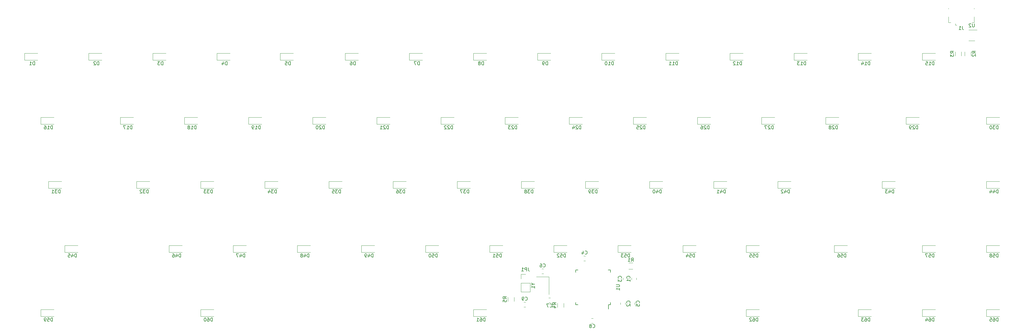
<source format=gbr>
%TF.GenerationSoftware,KiCad,Pcbnew,(5.1.5-0-10_14)*%
%TF.CreationDate,2020-03-06T17:35:18+00:00*%
%TF.ProjectId,pcb,7063622e-6b69-4636-9164-5f7063625858,rev?*%
%TF.SameCoordinates,Original*%
%TF.FileFunction,Legend,Bot*%
%TF.FilePolarity,Positive*%
%FSLAX46Y46*%
G04 Gerber Fmt 4.6, Leading zero omitted, Abs format (unit mm)*
G04 Created by KiCad (PCBNEW (5.1.5-0-10_14)) date 2020-03-06 17:35:18*
%MOMM*%
%LPD*%
G04 APERTURE LIST*
%ADD10C,0.120000*%
%ADD11C,0.150000*%
G04 APERTURE END LIST*
D10*
X304649300Y-25542600D02*
X307099300Y-25542600D01*
X306449300Y-28762600D02*
X304649300Y-28762600D01*
X172974000Y-98238000D02*
X171644000Y-98238000D01*
X171644000Y-98238000D02*
X171644000Y-99568000D01*
X171644000Y-100838000D02*
X171644000Y-103438000D01*
X174304000Y-103438000D02*
X171644000Y-103438000D01*
X174304000Y-100838000D02*
X174304000Y-103438000D01*
X174304000Y-100838000D02*
X171644000Y-100838000D01*
X179824748Y-105208000D02*
X180347252Y-105208000D01*
X179824748Y-106628000D02*
X180347252Y-106628000D01*
X81316000Y-34528000D02*
X85216000Y-34528000D01*
X81316000Y-32528000D02*
X85216000Y-32528000D01*
X81316000Y-34528000D02*
X81316000Y-32528000D01*
X303496300Y-33239464D02*
X303496300Y-32035336D01*
X305316300Y-33239464D02*
X305316300Y-32035336D01*
X300668960Y-24087480D02*
X300668960Y-23697480D01*
X300668960Y-24087480D02*
X301118960Y-24087480D01*
X306238960Y-23387480D02*
X305588960Y-23387480D01*
X306238960Y-21657480D02*
X306238960Y-23387480D01*
X298618960Y-19087480D02*
X298618960Y-19297480D01*
X306238960Y-19087480D02*
X306238960Y-19297480D01*
X298618960Y-21657480D02*
X298618960Y-23387480D01*
X298618960Y-23387480D02*
X299278960Y-23387480D01*
X179904000Y-98950000D02*
X179904000Y-104250000D01*
X176204000Y-98950000D02*
X179904000Y-98950000D01*
D11*
X197640000Y-107283000D02*
X197640000Y-108558000D01*
X198215000Y-96933000D02*
X198215000Y-97608000D01*
X187865000Y-96933000D02*
X187865000Y-97608000D01*
X187865000Y-107283000D02*
X187865000Y-106608000D01*
X198215000Y-107283000D02*
X198215000Y-106608000D01*
X187865000Y-107283000D02*
X188540000Y-107283000D01*
X187865000Y-96933000D02*
X188540000Y-96933000D01*
X198215000Y-96933000D02*
X197540000Y-96933000D01*
X198215000Y-107283000D02*
X197640000Y-107283000D01*
D10*
X302471500Y-32036936D02*
X302471500Y-33241064D01*
X300651500Y-32036936D02*
X300651500Y-33241064D01*
X204818064Y-96668000D02*
X203613936Y-96668000D01*
X204818064Y-94848000D02*
X203613936Y-94848000D01*
X184298000Y-106839936D02*
X184298000Y-108044064D01*
X182478000Y-106839936D02*
X182478000Y-108044064D01*
X169566000Y-105061936D02*
X169566000Y-106266064D01*
X167746000Y-105061936D02*
X167746000Y-106266064D01*
X309916000Y-110728000D02*
X313816000Y-110728000D01*
X309916000Y-108728000D02*
X313816000Y-108728000D01*
X309916000Y-110728000D02*
X309916000Y-108728000D01*
X309916000Y-91678000D02*
X313816000Y-91678000D01*
X309916000Y-89678000D02*
X313816000Y-89678000D01*
X309916000Y-91678000D02*
X309916000Y-89678000D01*
X309916000Y-72628000D02*
X313816000Y-72628000D01*
X309916000Y-70628000D02*
X313816000Y-70628000D01*
X309916000Y-72628000D02*
X309916000Y-70628000D01*
X309916000Y-53578000D02*
X313816000Y-53578000D01*
X309916000Y-51578000D02*
X313816000Y-51578000D01*
X309916000Y-53578000D02*
X309916000Y-51578000D01*
X290866000Y-110728000D02*
X294766000Y-110728000D01*
X290866000Y-108728000D02*
X294766000Y-108728000D01*
X290866000Y-110728000D02*
X290866000Y-108728000D01*
X290866000Y-91678000D02*
X294766000Y-91678000D01*
X290866000Y-89678000D02*
X294766000Y-89678000D01*
X290866000Y-91678000D02*
X290866000Y-89678000D01*
X286040000Y-53578000D02*
X289940000Y-53578000D01*
X286040000Y-51578000D02*
X289940000Y-51578000D01*
X286040000Y-53578000D02*
X286040000Y-51578000D01*
X290866000Y-34528000D02*
X294766000Y-34528000D01*
X290866000Y-32528000D02*
X294766000Y-32528000D01*
X290866000Y-34528000D02*
X290866000Y-32528000D01*
X271816000Y-110728000D02*
X275716000Y-110728000D01*
X271816000Y-108728000D02*
X275716000Y-108728000D01*
X271816000Y-110728000D02*
X271816000Y-108728000D01*
X264704000Y-91678000D02*
X268604000Y-91678000D01*
X264704000Y-89678000D02*
X268604000Y-89678000D01*
X264704000Y-91678000D02*
X264704000Y-89678000D01*
X278928000Y-72628000D02*
X282828000Y-72628000D01*
X278928000Y-70628000D02*
X282828000Y-70628000D01*
X278928000Y-72628000D02*
X278928000Y-70628000D01*
X262164000Y-53578000D02*
X266064000Y-53578000D01*
X262164000Y-51578000D02*
X266064000Y-51578000D01*
X262164000Y-53578000D02*
X262164000Y-51578000D01*
X271816000Y-34528000D02*
X275716000Y-34528000D01*
X271816000Y-32528000D02*
X275716000Y-32528000D01*
X271816000Y-34528000D02*
X271816000Y-32528000D01*
X247940000Y-72628000D02*
X251840000Y-72628000D01*
X247940000Y-70628000D02*
X251840000Y-70628000D01*
X247940000Y-72628000D02*
X247940000Y-70628000D01*
X243114000Y-53578000D02*
X247014000Y-53578000D01*
X243114000Y-51578000D02*
X247014000Y-51578000D01*
X243114000Y-53578000D02*
X243114000Y-51578000D01*
X252766000Y-34528000D02*
X256666000Y-34528000D01*
X252766000Y-32528000D02*
X256666000Y-32528000D01*
X252766000Y-34528000D02*
X252766000Y-32528000D01*
X238542000Y-110728000D02*
X242442000Y-110728000D01*
X238542000Y-108728000D02*
X242442000Y-108728000D01*
X238542000Y-110728000D02*
X238542000Y-108728000D01*
X238542000Y-91678000D02*
X242442000Y-91678000D01*
X238542000Y-89678000D02*
X242442000Y-89678000D01*
X238542000Y-91678000D02*
X238542000Y-89678000D01*
X228890000Y-72628000D02*
X232790000Y-72628000D01*
X228890000Y-70628000D02*
X232790000Y-70628000D01*
X228890000Y-72628000D02*
X228890000Y-70628000D01*
X224064000Y-53578000D02*
X227964000Y-53578000D01*
X224064000Y-51578000D02*
X227964000Y-51578000D01*
X224064000Y-53578000D02*
X224064000Y-51578000D01*
X233716000Y-34528000D02*
X237616000Y-34528000D01*
X233716000Y-32528000D02*
X237616000Y-32528000D01*
X233716000Y-34528000D02*
X233716000Y-32528000D01*
X219746000Y-91678000D02*
X223646000Y-91678000D01*
X219746000Y-89678000D02*
X223646000Y-89678000D01*
X219746000Y-91678000D02*
X219746000Y-89678000D01*
X209840000Y-72628000D02*
X213740000Y-72628000D01*
X209840000Y-70628000D02*
X213740000Y-70628000D01*
X209840000Y-72628000D02*
X209840000Y-70628000D01*
X205014000Y-53578000D02*
X208914000Y-53578000D01*
X205014000Y-51578000D02*
X208914000Y-51578000D01*
X205014000Y-53578000D02*
X205014000Y-51578000D01*
X214666000Y-34528000D02*
X218566000Y-34528000D01*
X214666000Y-32528000D02*
X218566000Y-32528000D01*
X214666000Y-34528000D02*
X214666000Y-32528000D01*
X200442000Y-91678000D02*
X204342000Y-91678000D01*
X200442000Y-89678000D02*
X204342000Y-89678000D01*
X200442000Y-91678000D02*
X200442000Y-89678000D01*
X190790000Y-72628000D02*
X194690000Y-72628000D01*
X190790000Y-70628000D02*
X194690000Y-70628000D01*
X190790000Y-72628000D02*
X190790000Y-70628000D01*
X185964000Y-53578000D02*
X189864000Y-53578000D01*
X185964000Y-51578000D02*
X189864000Y-51578000D01*
X185964000Y-53578000D02*
X185964000Y-51578000D01*
X195616000Y-34528000D02*
X199516000Y-34528000D01*
X195616000Y-32528000D02*
X199516000Y-32528000D01*
X195616000Y-34528000D02*
X195616000Y-32528000D01*
X181392000Y-91678000D02*
X185292000Y-91678000D01*
X181392000Y-89678000D02*
X185292000Y-89678000D01*
X181392000Y-91678000D02*
X181392000Y-89678000D01*
X171740000Y-72628000D02*
X175640000Y-72628000D01*
X171740000Y-70628000D02*
X175640000Y-70628000D01*
X171740000Y-72628000D02*
X171740000Y-70628000D01*
X166914000Y-53578000D02*
X170814000Y-53578000D01*
X166914000Y-51578000D02*
X170814000Y-51578000D01*
X166914000Y-53578000D02*
X166914000Y-51578000D01*
X176566000Y-34528000D02*
X180466000Y-34528000D01*
X176566000Y-32528000D02*
X180466000Y-32528000D01*
X176566000Y-34528000D02*
X176566000Y-32528000D01*
X157516000Y-110728000D02*
X161416000Y-110728000D01*
X157516000Y-108728000D02*
X161416000Y-108728000D01*
X157516000Y-110728000D02*
X157516000Y-108728000D01*
X162342000Y-91678000D02*
X166242000Y-91678000D01*
X162342000Y-89678000D02*
X166242000Y-89678000D01*
X162342000Y-91678000D02*
X162342000Y-89678000D01*
X152690000Y-72628000D02*
X156590000Y-72628000D01*
X152690000Y-70628000D02*
X156590000Y-70628000D01*
X152690000Y-72628000D02*
X152690000Y-70628000D01*
X147864000Y-53578000D02*
X151764000Y-53578000D01*
X147864000Y-51578000D02*
X151764000Y-51578000D01*
X147864000Y-53578000D02*
X147864000Y-51578000D01*
X157516000Y-34528000D02*
X161416000Y-34528000D01*
X157516000Y-32528000D02*
X161416000Y-32528000D01*
X157516000Y-34528000D02*
X157516000Y-32528000D01*
X143292000Y-91678000D02*
X147192000Y-91678000D01*
X143292000Y-89678000D02*
X147192000Y-89678000D01*
X143292000Y-91678000D02*
X143292000Y-89678000D01*
X133640000Y-72628000D02*
X137540000Y-72628000D01*
X133640000Y-70628000D02*
X137540000Y-70628000D01*
X133640000Y-72628000D02*
X133640000Y-70628000D01*
X128814000Y-53578000D02*
X132714000Y-53578000D01*
X128814000Y-51578000D02*
X132714000Y-51578000D01*
X128814000Y-53578000D02*
X128814000Y-51578000D01*
X138466000Y-34528000D02*
X142366000Y-34528000D01*
X138466000Y-32528000D02*
X142366000Y-32528000D01*
X138466000Y-34528000D02*
X138466000Y-32528000D01*
X124242000Y-91678000D02*
X128142000Y-91678000D01*
X124242000Y-89678000D02*
X128142000Y-89678000D01*
X124242000Y-91678000D02*
X124242000Y-89678000D01*
X114590000Y-72628000D02*
X118490000Y-72628000D01*
X114590000Y-70628000D02*
X118490000Y-70628000D01*
X114590000Y-72628000D02*
X114590000Y-70628000D01*
X109764000Y-53578000D02*
X113664000Y-53578000D01*
X109764000Y-51578000D02*
X113664000Y-51578000D01*
X109764000Y-53578000D02*
X109764000Y-51578000D01*
X119416000Y-34528000D02*
X123316000Y-34528000D01*
X119416000Y-32528000D02*
X123316000Y-32528000D01*
X119416000Y-34528000D02*
X119416000Y-32528000D01*
X105192000Y-91678000D02*
X109092000Y-91678000D01*
X105192000Y-89678000D02*
X109092000Y-89678000D01*
X105192000Y-91678000D02*
X105192000Y-89678000D01*
X95540000Y-72628000D02*
X99440000Y-72628000D01*
X95540000Y-70628000D02*
X99440000Y-70628000D01*
X95540000Y-72628000D02*
X95540000Y-70628000D01*
X90714000Y-53578000D02*
X94614000Y-53578000D01*
X90714000Y-51578000D02*
X94614000Y-51578000D01*
X90714000Y-53578000D02*
X90714000Y-51578000D01*
X100112000Y-34528000D02*
X104012000Y-34528000D01*
X100112000Y-32528000D02*
X104012000Y-32528000D01*
X100112000Y-34528000D02*
X100112000Y-32528000D01*
X76490000Y-110728000D02*
X80390000Y-110728000D01*
X76490000Y-108728000D02*
X80390000Y-108728000D01*
X76490000Y-110728000D02*
X76490000Y-108728000D01*
X86142000Y-91678000D02*
X90042000Y-91678000D01*
X86142000Y-89678000D02*
X90042000Y-89678000D01*
X86142000Y-91678000D02*
X86142000Y-89678000D01*
X76490000Y-72628000D02*
X80390000Y-72628000D01*
X76490000Y-70628000D02*
X80390000Y-70628000D01*
X76490000Y-72628000D02*
X76490000Y-70628000D01*
X71664000Y-53578000D02*
X75564000Y-53578000D01*
X71664000Y-51578000D02*
X75564000Y-51578000D01*
X71664000Y-53578000D02*
X71664000Y-51578000D01*
X67092000Y-91678000D02*
X70992000Y-91678000D01*
X67092000Y-89678000D02*
X70992000Y-89678000D01*
X67092000Y-91678000D02*
X67092000Y-89678000D01*
X57440000Y-72628000D02*
X61340000Y-72628000D01*
X57440000Y-70628000D02*
X61340000Y-70628000D01*
X57440000Y-72628000D02*
X57440000Y-70628000D01*
X52614000Y-53578000D02*
X56514000Y-53578000D01*
X52614000Y-51578000D02*
X56514000Y-51578000D01*
X52614000Y-53578000D02*
X52614000Y-51578000D01*
X62266000Y-34528000D02*
X66166000Y-34528000D01*
X62266000Y-32528000D02*
X66166000Y-32528000D01*
X62266000Y-34528000D02*
X62266000Y-32528000D01*
X36104000Y-91678000D02*
X40004000Y-91678000D01*
X36104000Y-89678000D02*
X40004000Y-89678000D01*
X36104000Y-91678000D02*
X36104000Y-89678000D01*
X43216000Y-34528000D02*
X47116000Y-34528000D01*
X43216000Y-32528000D02*
X47116000Y-32528000D01*
X43216000Y-34528000D02*
X43216000Y-32528000D01*
X28992000Y-110728000D02*
X32892000Y-110728000D01*
X28992000Y-108728000D02*
X32892000Y-108728000D01*
X28992000Y-110728000D02*
X28992000Y-108728000D01*
X31278000Y-72628000D02*
X35178000Y-72628000D01*
X31278000Y-70628000D02*
X35178000Y-70628000D01*
X31278000Y-72628000D02*
X31278000Y-70628000D01*
X28992000Y-53578000D02*
X32892000Y-53578000D01*
X28992000Y-51578000D02*
X32892000Y-51578000D01*
X28992000Y-53578000D02*
X28992000Y-51578000D01*
X24166000Y-34528000D02*
X28066000Y-34528000D01*
X24166000Y-32528000D02*
X28066000Y-32528000D01*
X24166000Y-34528000D02*
X24166000Y-32528000D01*
X204014000Y-107195252D02*
X204014000Y-106672748D01*
X205434000Y-107195252D02*
X205434000Y-106672748D01*
X190761252Y-94182000D02*
X190238748Y-94182000D01*
X190761252Y-92762000D02*
X190238748Y-92762000D01*
X203402000Y-99306748D02*
X203402000Y-99829252D01*
X201982000Y-99306748D02*
X201982000Y-99829252D01*
X201220000Y-107195252D02*
X201220000Y-106672748D01*
X202640000Y-107195252D02*
X202640000Y-106672748D01*
X178315252Y-97992000D02*
X177792748Y-97992000D01*
X178315252Y-96572000D02*
X177792748Y-96572000D01*
X205942000Y-99306748D02*
X205942000Y-99829252D01*
X204522000Y-99306748D02*
X204522000Y-99829252D01*
X192524748Y-111304000D02*
X193047252Y-111304000D01*
X192524748Y-112724000D02*
X193047252Y-112724000D01*
X172981252Y-107898000D02*
X172458748Y-107898000D01*
X172981252Y-106478000D02*
X172458748Y-106478000D01*
D11*
X306311204Y-23704980D02*
X306311204Y-24514504D01*
X306263585Y-24609742D01*
X306215966Y-24657361D01*
X306120728Y-24704980D01*
X305930252Y-24704980D01*
X305835014Y-24657361D01*
X305787395Y-24609742D01*
X305739776Y-24514504D01*
X305739776Y-23704980D01*
X305311204Y-23800219D02*
X305263585Y-23752600D01*
X305168347Y-23704980D01*
X304930252Y-23704980D01*
X304835014Y-23752600D01*
X304787395Y-23800219D01*
X304739776Y-23895457D01*
X304739776Y-23990695D01*
X304787395Y-24133552D01*
X305358823Y-24704980D01*
X304739776Y-24704980D01*
X173807333Y-96250380D02*
X173807333Y-96964666D01*
X173854952Y-97107523D01*
X173950190Y-97202761D01*
X174093047Y-97250380D01*
X174188285Y-97250380D01*
X173331142Y-97250380D02*
X173331142Y-96250380D01*
X172950190Y-96250380D01*
X172854952Y-96298000D01*
X172807333Y-96345619D01*
X172759714Y-96440857D01*
X172759714Y-96583714D01*
X172807333Y-96678952D01*
X172854952Y-96726571D01*
X172950190Y-96774190D01*
X173331142Y-96774190D01*
X171807333Y-97250380D02*
X172378761Y-97250380D01*
X172093047Y-97250380D02*
X172093047Y-96250380D01*
X172188285Y-96393238D01*
X172283523Y-96488476D01*
X172378761Y-96536095D01*
X180252666Y-107925142D02*
X180300285Y-107972761D01*
X180443142Y-108020380D01*
X180538380Y-108020380D01*
X180681238Y-107972761D01*
X180776476Y-107877523D01*
X180824095Y-107782285D01*
X180871714Y-107591809D01*
X180871714Y-107448952D01*
X180824095Y-107258476D01*
X180776476Y-107163238D01*
X180681238Y-107068000D01*
X180538380Y-107020380D01*
X180443142Y-107020380D01*
X180300285Y-107068000D01*
X180252666Y-107115619D01*
X179919333Y-107020380D02*
X179252666Y-107020380D01*
X179681238Y-108020380D01*
X84304095Y-35980380D02*
X84304095Y-34980380D01*
X84066000Y-34980380D01*
X83923142Y-35028000D01*
X83827904Y-35123238D01*
X83780285Y-35218476D01*
X83732666Y-35408952D01*
X83732666Y-35551809D01*
X83780285Y-35742285D01*
X83827904Y-35837523D01*
X83923142Y-35932761D01*
X84066000Y-35980380D01*
X84304095Y-35980380D01*
X82875523Y-35313714D02*
X82875523Y-35980380D01*
X83113619Y-34932761D02*
X83351714Y-35647047D01*
X82732666Y-35647047D01*
X306678680Y-32470733D02*
X306202490Y-32137400D01*
X306678680Y-31899304D02*
X305678680Y-31899304D01*
X305678680Y-32280257D01*
X305726300Y-32375495D01*
X305773919Y-32423114D01*
X305869157Y-32470733D01*
X306012014Y-32470733D01*
X306107252Y-32423114D01*
X306154871Y-32375495D01*
X306202490Y-32280257D01*
X306202490Y-31899304D01*
X305773919Y-32851685D02*
X305726300Y-32899304D01*
X305678680Y-32994542D01*
X305678680Y-33232638D01*
X305726300Y-33327876D01*
X305773919Y-33375495D01*
X305869157Y-33423114D01*
X305964395Y-33423114D01*
X306107252Y-33375495D01*
X306678680Y-32804066D01*
X306678680Y-33423114D01*
X302762293Y-24429860D02*
X302762293Y-25144146D01*
X302809912Y-25287003D01*
X302905150Y-25382241D01*
X303048007Y-25429860D01*
X303143245Y-25429860D01*
X301762293Y-25429860D02*
X302333721Y-25429860D01*
X302048007Y-25429860D02*
X302048007Y-24429860D01*
X302143245Y-24572718D01*
X302238483Y-24667956D01*
X302333721Y-24715575D01*
X175230190Y-101123809D02*
X175706380Y-101123809D01*
X174706380Y-100790476D02*
X175230190Y-101123809D01*
X174706380Y-101457142D01*
X175706380Y-102314285D02*
X175706380Y-101742857D01*
X175706380Y-102028571D02*
X174706380Y-102028571D01*
X174849238Y-101933333D01*
X174944476Y-101838095D01*
X174992095Y-101742857D01*
X199942381Y-101346095D02*
X200751905Y-101346095D01*
X200847143Y-101393714D01*
X200894762Y-101441333D01*
X200942381Y-101536571D01*
X200942381Y-101727047D01*
X200894762Y-101822285D01*
X200847143Y-101869904D01*
X200751905Y-101917523D01*
X199942381Y-101917523D01*
X200942381Y-102917523D02*
X200942381Y-102346095D01*
X200942381Y-102631809D02*
X199942381Y-102631809D01*
X200085239Y-102536571D01*
X200180477Y-102441333D01*
X200228096Y-102346095D01*
X300193880Y-32472333D02*
X299717690Y-32139000D01*
X300193880Y-31900904D02*
X299193880Y-31900904D01*
X299193880Y-32281857D01*
X299241500Y-32377095D01*
X299289119Y-32424714D01*
X299384357Y-32472333D01*
X299527214Y-32472333D01*
X299622452Y-32424714D01*
X299670071Y-32377095D01*
X299717690Y-32281857D01*
X299717690Y-31900904D01*
X299193880Y-32805666D02*
X299193880Y-33424714D01*
X299574833Y-33091380D01*
X299574833Y-33234238D01*
X299622452Y-33329476D01*
X299670071Y-33377095D01*
X299765309Y-33424714D01*
X300003404Y-33424714D01*
X300098642Y-33377095D01*
X300146261Y-33329476D01*
X300193880Y-33234238D01*
X300193880Y-32948523D01*
X300146261Y-32853285D01*
X300098642Y-32805666D01*
X204382666Y-94390380D02*
X204716000Y-93914190D01*
X204954095Y-94390380D02*
X204954095Y-93390380D01*
X204573142Y-93390380D01*
X204477904Y-93438000D01*
X204430285Y-93485619D01*
X204382666Y-93580857D01*
X204382666Y-93723714D01*
X204430285Y-93818952D01*
X204477904Y-93866571D01*
X204573142Y-93914190D01*
X204954095Y-93914190D01*
X203430285Y-94390380D02*
X204001714Y-94390380D01*
X203716000Y-94390380D02*
X203716000Y-93390380D01*
X203811238Y-93533238D01*
X203906476Y-93628476D01*
X204001714Y-93676095D01*
X182020380Y-107275333D02*
X181544190Y-106942000D01*
X182020380Y-106703904D02*
X181020380Y-106703904D01*
X181020380Y-107084857D01*
X181068000Y-107180095D01*
X181115619Y-107227714D01*
X181210857Y-107275333D01*
X181353714Y-107275333D01*
X181448952Y-107227714D01*
X181496571Y-107180095D01*
X181544190Y-107084857D01*
X181544190Y-106703904D01*
X181353714Y-108132476D02*
X182020380Y-108132476D01*
X180972761Y-107894380D02*
X181687047Y-107656285D01*
X181687047Y-108275333D01*
X167288380Y-105497333D02*
X166812190Y-105164000D01*
X167288380Y-104925904D02*
X166288380Y-104925904D01*
X166288380Y-105306857D01*
X166336000Y-105402095D01*
X166383619Y-105449714D01*
X166478857Y-105497333D01*
X166621714Y-105497333D01*
X166716952Y-105449714D01*
X166764571Y-105402095D01*
X166812190Y-105306857D01*
X166812190Y-104925904D01*
X166288380Y-106402095D02*
X166288380Y-105925904D01*
X166764571Y-105878285D01*
X166716952Y-105925904D01*
X166669333Y-106021142D01*
X166669333Y-106259238D01*
X166716952Y-106354476D01*
X166764571Y-106402095D01*
X166859809Y-106449714D01*
X167097904Y-106449714D01*
X167193142Y-106402095D01*
X167240761Y-106354476D01*
X167288380Y-106259238D01*
X167288380Y-106021142D01*
X167240761Y-105925904D01*
X167193142Y-105878285D01*
X313380285Y-112180380D02*
X313380285Y-111180380D01*
X313142190Y-111180380D01*
X312999333Y-111228000D01*
X312904095Y-111323238D01*
X312856476Y-111418476D01*
X312808857Y-111608952D01*
X312808857Y-111751809D01*
X312856476Y-111942285D01*
X312904095Y-112037523D01*
X312999333Y-112132761D01*
X313142190Y-112180380D01*
X313380285Y-112180380D01*
X311951714Y-111180380D02*
X312142190Y-111180380D01*
X312237428Y-111228000D01*
X312285047Y-111275619D01*
X312380285Y-111418476D01*
X312427904Y-111608952D01*
X312427904Y-111989904D01*
X312380285Y-112085142D01*
X312332666Y-112132761D01*
X312237428Y-112180380D01*
X312046952Y-112180380D01*
X311951714Y-112132761D01*
X311904095Y-112085142D01*
X311856476Y-111989904D01*
X311856476Y-111751809D01*
X311904095Y-111656571D01*
X311951714Y-111608952D01*
X312046952Y-111561333D01*
X312237428Y-111561333D01*
X312332666Y-111608952D01*
X312380285Y-111656571D01*
X312427904Y-111751809D01*
X310951714Y-111180380D02*
X311427904Y-111180380D01*
X311475523Y-111656571D01*
X311427904Y-111608952D01*
X311332666Y-111561333D01*
X311094571Y-111561333D01*
X310999333Y-111608952D01*
X310951714Y-111656571D01*
X310904095Y-111751809D01*
X310904095Y-111989904D01*
X310951714Y-112085142D01*
X310999333Y-112132761D01*
X311094571Y-112180380D01*
X311332666Y-112180380D01*
X311427904Y-112132761D01*
X311475523Y-112085142D01*
X313380285Y-93130380D02*
X313380285Y-92130380D01*
X313142190Y-92130380D01*
X312999333Y-92178000D01*
X312904095Y-92273238D01*
X312856476Y-92368476D01*
X312808857Y-92558952D01*
X312808857Y-92701809D01*
X312856476Y-92892285D01*
X312904095Y-92987523D01*
X312999333Y-93082761D01*
X313142190Y-93130380D01*
X313380285Y-93130380D01*
X311904095Y-92130380D02*
X312380285Y-92130380D01*
X312427904Y-92606571D01*
X312380285Y-92558952D01*
X312285047Y-92511333D01*
X312046952Y-92511333D01*
X311951714Y-92558952D01*
X311904095Y-92606571D01*
X311856476Y-92701809D01*
X311856476Y-92939904D01*
X311904095Y-93035142D01*
X311951714Y-93082761D01*
X312046952Y-93130380D01*
X312285047Y-93130380D01*
X312380285Y-93082761D01*
X312427904Y-93035142D01*
X311285047Y-92558952D02*
X311380285Y-92511333D01*
X311427904Y-92463714D01*
X311475523Y-92368476D01*
X311475523Y-92320857D01*
X311427904Y-92225619D01*
X311380285Y-92178000D01*
X311285047Y-92130380D01*
X311094571Y-92130380D01*
X310999333Y-92178000D01*
X310951714Y-92225619D01*
X310904095Y-92320857D01*
X310904095Y-92368476D01*
X310951714Y-92463714D01*
X310999333Y-92511333D01*
X311094571Y-92558952D01*
X311285047Y-92558952D01*
X311380285Y-92606571D01*
X311427904Y-92654190D01*
X311475523Y-92749428D01*
X311475523Y-92939904D01*
X311427904Y-93035142D01*
X311380285Y-93082761D01*
X311285047Y-93130380D01*
X311094571Y-93130380D01*
X310999333Y-93082761D01*
X310951714Y-93035142D01*
X310904095Y-92939904D01*
X310904095Y-92749428D01*
X310951714Y-92654190D01*
X310999333Y-92606571D01*
X311094571Y-92558952D01*
X313380285Y-74080380D02*
X313380285Y-73080380D01*
X313142190Y-73080380D01*
X312999333Y-73128000D01*
X312904095Y-73223238D01*
X312856476Y-73318476D01*
X312808857Y-73508952D01*
X312808857Y-73651809D01*
X312856476Y-73842285D01*
X312904095Y-73937523D01*
X312999333Y-74032761D01*
X313142190Y-74080380D01*
X313380285Y-74080380D01*
X311951714Y-73413714D02*
X311951714Y-74080380D01*
X312189809Y-73032761D02*
X312427904Y-73747047D01*
X311808857Y-73747047D01*
X310999333Y-73413714D02*
X310999333Y-74080380D01*
X311237428Y-73032761D02*
X311475523Y-73747047D01*
X310856476Y-73747047D01*
X313380285Y-55030380D02*
X313380285Y-54030380D01*
X313142190Y-54030380D01*
X312999333Y-54078000D01*
X312904095Y-54173238D01*
X312856476Y-54268476D01*
X312808857Y-54458952D01*
X312808857Y-54601809D01*
X312856476Y-54792285D01*
X312904095Y-54887523D01*
X312999333Y-54982761D01*
X313142190Y-55030380D01*
X313380285Y-55030380D01*
X312475523Y-54030380D02*
X311856476Y-54030380D01*
X312189809Y-54411333D01*
X312046952Y-54411333D01*
X311951714Y-54458952D01*
X311904095Y-54506571D01*
X311856476Y-54601809D01*
X311856476Y-54839904D01*
X311904095Y-54935142D01*
X311951714Y-54982761D01*
X312046952Y-55030380D01*
X312332666Y-55030380D01*
X312427904Y-54982761D01*
X312475523Y-54935142D01*
X311237428Y-54030380D02*
X311142190Y-54030380D01*
X311046952Y-54078000D01*
X310999333Y-54125619D01*
X310951714Y-54220857D01*
X310904095Y-54411333D01*
X310904095Y-54649428D01*
X310951714Y-54839904D01*
X310999333Y-54935142D01*
X311046952Y-54982761D01*
X311142190Y-55030380D01*
X311237428Y-55030380D01*
X311332666Y-54982761D01*
X311380285Y-54935142D01*
X311427904Y-54839904D01*
X311475523Y-54649428D01*
X311475523Y-54411333D01*
X311427904Y-54220857D01*
X311380285Y-54125619D01*
X311332666Y-54078000D01*
X311237428Y-54030380D01*
X294330285Y-112180380D02*
X294330285Y-111180380D01*
X294092190Y-111180380D01*
X293949333Y-111228000D01*
X293854095Y-111323238D01*
X293806476Y-111418476D01*
X293758857Y-111608952D01*
X293758857Y-111751809D01*
X293806476Y-111942285D01*
X293854095Y-112037523D01*
X293949333Y-112132761D01*
X294092190Y-112180380D01*
X294330285Y-112180380D01*
X292901714Y-111180380D02*
X293092190Y-111180380D01*
X293187428Y-111228000D01*
X293235047Y-111275619D01*
X293330285Y-111418476D01*
X293377904Y-111608952D01*
X293377904Y-111989904D01*
X293330285Y-112085142D01*
X293282666Y-112132761D01*
X293187428Y-112180380D01*
X292996952Y-112180380D01*
X292901714Y-112132761D01*
X292854095Y-112085142D01*
X292806476Y-111989904D01*
X292806476Y-111751809D01*
X292854095Y-111656571D01*
X292901714Y-111608952D01*
X292996952Y-111561333D01*
X293187428Y-111561333D01*
X293282666Y-111608952D01*
X293330285Y-111656571D01*
X293377904Y-111751809D01*
X291949333Y-111513714D02*
X291949333Y-112180380D01*
X292187428Y-111132761D02*
X292425523Y-111847047D01*
X291806476Y-111847047D01*
X294330285Y-93130380D02*
X294330285Y-92130380D01*
X294092190Y-92130380D01*
X293949333Y-92178000D01*
X293854095Y-92273238D01*
X293806476Y-92368476D01*
X293758857Y-92558952D01*
X293758857Y-92701809D01*
X293806476Y-92892285D01*
X293854095Y-92987523D01*
X293949333Y-93082761D01*
X294092190Y-93130380D01*
X294330285Y-93130380D01*
X292854095Y-92130380D02*
X293330285Y-92130380D01*
X293377904Y-92606571D01*
X293330285Y-92558952D01*
X293235047Y-92511333D01*
X292996952Y-92511333D01*
X292901714Y-92558952D01*
X292854095Y-92606571D01*
X292806476Y-92701809D01*
X292806476Y-92939904D01*
X292854095Y-93035142D01*
X292901714Y-93082761D01*
X292996952Y-93130380D01*
X293235047Y-93130380D01*
X293330285Y-93082761D01*
X293377904Y-93035142D01*
X292473142Y-92130380D02*
X291806476Y-92130380D01*
X292235047Y-93130380D01*
X289504285Y-55030380D02*
X289504285Y-54030380D01*
X289266190Y-54030380D01*
X289123333Y-54078000D01*
X289028095Y-54173238D01*
X288980476Y-54268476D01*
X288932857Y-54458952D01*
X288932857Y-54601809D01*
X288980476Y-54792285D01*
X289028095Y-54887523D01*
X289123333Y-54982761D01*
X289266190Y-55030380D01*
X289504285Y-55030380D01*
X288551904Y-54125619D02*
X288504285Y-54078000D01*
X288409047Y-54030380D01*
X288170952Y-54030380D01*
X288075714Y-54078000D01*
X288028095Y-54125619D01*
X287980476Y-54220857D01*
X287980476Y-54316095D01*
X288028095Y-54458952D01*
X288599523Y-55030380D01*
X287980476Y-55030380D01*
X287504285Y-55030380D02*
X287313809Y-55030380D01*
X287218571Y-54982761D01*
X287170952Y-54935142D01*
X287075714Y-54792285D01*
X287028095Y-54601809D01*
X287028095Y-54220857D01*
X287075714Y-54125619D01*
X287123333Y-54078000D01*
X287218571Y-54030380D01*
X287409047Y-54030380D01*
X287504285Y-54078000D01*
X287551904Y-54125619D01*
X287599523Y-54220857D01*
X287599523Y-54458952D01*
X287551904Y-54554190D01*
X287504285Y-54601809D01*
X287409047Y-54649428D01*
X287218571Y-54649428D01*
X287123333Y-54601809D01*
X287075714Y-54554190D01*
X287028095Y-54458952D01*
X294330285Y-35980380D02*
X294330285Y-34980380D01*
X294092190Y-34980380D01*
X293949333Y-35028000D01*
X293854095Y-35123238D01*
X293806476Y-35218476D01*
X293758857Y-35408952D01*
X293758857Y-35551809D01*
X293806476Y-35742285D01*
X293854095Y-35837523D01*
X293949333Y-35932761D01*
X294092190Y-35980380D01*
X294330285Y-35980380D01*
X292806476Y-35980380D02*
X293377904Y-35980380D01*
X293092190Y-35980380D02*
X293092190Y-34980380D01*
X293187428Y-35123238D01*
X293282666Y-35218476D01*
X293377904Y-35266095D01*
X291901714Y-34980380D02*
X292377904Y-34980380D01*
X292425523Y-35456571D01*
X292377904Y-35408952D01*
X292282666Y-35361333D01*
X292044571Y-35361333D01*
X291949333Y-35408952D01*
X291901714Y-35456571D01*
X291854095Y-35551809D01*
X291854095Y-35789904D01*
X291901714Y-35885142D01*
X291949333Y-35932761D01*
X292044571Y-35980380D01*
X292282666Y-35980380D01*
X292377904Y-35932761D01*
X292425523Y-35885142D01*
X275280285Y-112180380D02*
X275280285Y-111180380D01*
X275042190Y-111180380D01*
X274899333Y-111228000D01*
X274804095Y-111323238D01*
X274756476Y-111418476D01*
X274708857Y-111608952D01*
X274708857Y-111751809D01*
X274756476Y-111942285D01*
X274804095Y-112037523D01*
X274899333Y-112132761D01*
X275042190Y-112180380D01*
X275280285Y-112180380D01*
X273851714Y-111180380D02*
X274042190Y-111180380D01*
X274137428Y-111228000D01*
X274185047Y-111275619D01*
X274280285Y-111418476D01*
X274327904Y-111608952D01*
X274327904Y-111989904D01*
X274280285Y-112085142D01*
X274232666Y-112132761D01*
X274137428Y-112180380D01*
X273946952Y-112180380D01*
X273851714Y-112132761D01*
X273804095Y-112085142D01*
X273756476Y-111989904D01*
X273756476Y-111751809D01*
X273804095Y-111656571D01*
X273851714Y-111608952D01*
X273946952Y-111561333D01*
X274137428Y-111561333D01*
X274232666Y-111608952D01*
X274280285Y-111656571D01*
X274327904Y-111751809D01*
X273423142Y-111180380D02*
X272804095Y-111180380D01*
X273137428Y-111561333D01*
X272994571Y-111561333D01*
X272899333Y-111608952D01*
X272851714Y-111656571D01*
X272804095Y-111751809D01*
X272804095Y-111989904D01*
X272851714Y-112085142D01*
X272899333Y-112132761D01*
X272994571Y-112180380D01*
X273280285Y-112180380D01*
X273375523Y-112132761D01*
X273423142Y-112085142D01*
X268168285Y-93130380D02*
X268168285Y-92130380D01*
X267930190Y-92130380D01*
X267787333Y-92178000D01*
X267692095Y-92273238D01*
X267644476Y-92368476D01*
X267596857Y-92558952D01*
X267596857Y-92701809D01*
X267644476Y-92892285D01*
X267692095Y-92987523D01*
X267787333Y-93082761D01*
X267930190Y-93130380D01*
X268168285Y-93130380D01*
X266692095Y-92130380D02*
X267168285Y-92130380D01*
X267215904Y-92606571D01*
X267168285Y-92558952D01*
X267073047Y-92511333D01*
X266834952Y-92511333D01*
X266739714Y-92558952D01*
X266692095Y-92606571D01*
X266644476Y-92701809D01*
X266644476Y-92939904D01*
X266692095Y-93035142D01*
X266739714Y-93082761D01*
X266834952Y-93130380D01*
X267073047Y-93130380D01*
X267168285Y-93082761D01*
X267215904Y-93035142D01*
X265787333Y-92130380D02*
X265977809Y-92130380D01*
X266073047Y-92178000D01*
X266120666Y-92225619D01*
X266215904Y-92368476D01*
X266263523Y-92558952D01*
X266263523Y-92939904D01*
X266215904Y-93035142D01*
X266168285Y-93082761D01*
X266073047Y-93130380D01*
X265882571Y-93130380D01*
X265787333Y-93082761D01*
X265739714Y-93035142D01*
X265692095Y-92939904D01*
X265692095Y-92701809D01*
X265739714Y-92606571D01*
X265787333Y-92558952D01*
X265882571Y-92511333D01*
X266073047Y-92511333D01*
X266168285Y-92558952D01*
X266215904Y-92606571D01*
X266263523Y-92701809D01*
X282392285Y-74080380D02*
X282392285Y-73080380D01*
X282154190Y-73080380D01*
X282011333Y-73128000D01*
X281916095Y-73223238D01*
X281868476Y-73318476D01*
X281820857Y-73508952D01*
X281820857Y-73651809D01*
X281868476Y-73842285D01*
X281916095Y-73937523D01*
X282011333Y-74032761D01*
X282154190Y-74080380D01*
X282392285Y-74080380D01*
X280963714Y-73413714D02*
X280963714Y-74080380D01*
X281201809Y-73032761D02*
X281439904Y-73747047D01*
X280820857Y-73747047D01*
X280535142Y-73080380D02*
X279916095Y-73080380D01*
X280249428Y-73461333D01*
X280106571Y-73461333D01*
X280011333Y-73508952D01*
X279963714Y-73556571D01*
X279916095Y-73651809D01*
X279916095Y-73889904D01*
X279963714Y-73985142D01*
X280011333Y-74032761D01*
X280106571Y-74080380D01*
X280392285Y-74080380D01*
X280487523Y-74032761D01*
X280535142Y-73985142D01*
X265628285Y-55030380D02*
X265628285Y-54030380D01*
X265390190Y-54030380D01*
X265247333Y-54078000D01*
X265152095Y-54173238D01*
X265104476Y-54268476D01*
X265056857Y-54458952D01*
X265056857Y-54601809D01*
X265104476Y-54792285D01*
X265152095Y-54887523D01*
X265247333Y-54982761D01*
X265390190Y-55030380D01*
X265628285Y-55030380D01*
X264675904Y-54125619D02*
X264628285Y-54078000D01*
X264533047Y-54030380D01*
X264294952Y-54030380D01*
X264199714Y-54078000D01*
X264152095Y-54125619D01*
X264104476Y-54220857D01*
X264104476Y-54316095D01*
X264152095Y-54458952D01*
X264723523Y-55030380D01*
X264104476Y-55030380D01*
X263533047Y-54458952D02*
X263628285Y-54411333D01*
X263675904Y-54363714D01*
X263723523Y-54268476D01*
X263723523Y-54220857D01*
X263675904Y-54125619D01*
X263628285Y-54078000D01*
X263533047Y-54030380D01*
X263342571Y-54030380D01*
X263247333Y-54078000D01*
X263199714Y-54125619D01*
X263152095Y-54220857D01*
X263152095Y-54268476D01*
X263199714Y-54363714D01*
X263247333Y-54411333D01*
X263342571Y-54458952D01*
X263533047Y-54458952D01*
X263628285Y-54506571D01*
X263675904Y-54554190D01*
X263723523Y-54649428D01*
X263723523Y-54839904D01*
X263675904Y-54935142D01*
X263628285Y-54982761D01*
X263533047Y-55030380D01*
X263342571Y-55030380D01*
X263247333Y-54982761D01*
X263199714Y-54935142D01*
X263152095Y-54839904D01*
X263152095Y-54649428D01*
X263199714Y-54554190D01*
X263247333Y-54506571D01*
X263342571Y-54458952D01*
X275280285Y-35980380D02*
X275280285Y-34980380D01*
X275042190Y-34980380D01*
X274899333Y-35028000D01*
X274804095Y-35123238D01*
X274756476Y-35218476D01*
X274708857Y-35408952D01*
X274708857Y-35551809D01*
X274756476Y-35742285D01*
X274804095Y-35837523D01*
X274899333Y-35932761D01*
X275042190Y-35980380D01*
X275280285Y-35980380D01*
X273756476Y-35980380D02*
X274327904Y-35980380D01*
X274042190Y-35980380D02*
X274042190Y-34980380D01*
X274137428Y-35123238D01*
X274232666Y-35218476D01*
X274327904Y-35266095D01*
X272899333Y-35313714D02*
X272899333Y-35980380D01*
X273137428Y-34932761D02*
X273375523Y-35647047D01*
X272756476Y-35647047D01*
X251404285Y-74080380D02*
X251404285Y-73080380D01*
X251166190Y-73080380D01*
X251023333Y-73128000D01*
X250928095Y-73223238D01*
X250880476Y-73318476D01*
X250832857Y-73508952D01*
X250832857Y-73651809D01*
X250880476Y-73842285D01*
X250928095Y-73937523D01*
X251023333Y-74032761D01*
X251166190Y-74080380D01*
X251404285Y-74080380D01*
X249975714Y-73413714D02*
X249975714Y-74080380D01*
X250213809Y-73032761D02*
X250451904Y-73747047D01*
X249832857Y-73747047D01*
X249499523Y-73175619D02*
X249451904Y-73128000D01*
X249356666Y-73080380D01*
X249118571Y-73080380D01*
X249023333Y-73128000D01*
X248975714Y-73175619D01*
X248928095Y-73270857D01*
X248928095Y-73366095D01*
X248975714Y-73508952D01*
X249547142Y-74080380D01*
X248928095Y-74080380D01*
X246578285Y-55030380D02*
X246578285Y-54030380D01*
X246340190Y-54030380D01*
X246197333Y-54078000D01*
X246102095Y-54173238D01*
X246054476Y-54268476D01*
X246006857Y-54458952D01*
X246006857Y-54601809D01*
X246054476Y-54792285D01*
X246102095Y-54887523D01*
X246197333Y-54982761D01*
X246340190Y-55030380D01*
X246578285Y-55030380D01*
X245625904Y-54125619D02*
X245578285Y-54078000D01*
X245483047Y-54030380D01*
X245244952Y-54030380D01*
X245149714Y-54078000D01*
X245102095Y-54125619D01*
X245054476Y-54220857D01*
X245054476Y-54316095D01*
X245102095Y-54458952D01*
X245673523Y-55030380D01*
X245054476Y-55030380D01*
X244721142Y-54030380D02*
X244054476Y-54030380D01*
X244483047Y-55030380D01*
X256230285Y-35980380D02*
X256230285Y-34980380D01*
X255992190Y-34980380D01*
X255849333Y-35028000D01*
X255754095Y-35123238D01*
X255706476Y-35218476D01*
X255658857Y-35408952D01*
X255658857Y-35551809D01*
X255706476Y-35742285D01*
X255754095Y-35837523D01*
X255849333Y-35932761D01*
X255992190Y-35980380D01*
X256230285Y-35980380D01*
X254706476Y-35980380D02*
X255277904Y-35980380D01*
X254992190Y-35980380D02*
X254992190Y-34980380D01*
X255087428Y-35123238D01*
X255182666Y-35218476D01*
X255277904Y-35266095D01*
X254373142Y-34980380D02*
X253754095Y-34980380D01*
X254087428Y-35361333D01*
X253944571Y-35361333D01*
X253849333Y-35408952D01*
X253801714Y-35456571D01*
X253754095Y-35551809D01*
X253754095Y-35789904D01*
X253801714Y-35885142D01*
X253849333Y-35932761D01*
X253944571Y-35980380D01*
X254230285Y-35980380D01*
X254325523Y-35932761D01*
X254373142Y-35885142D01*
X242006285Y-112180380D02*
X242006285Y-111180380D01*
X241768190Y-111180380D01*
X241625333Y-111228000D01*
X241530095Y-111323238D01*
X241482476Y-111418476D01*
X241434857Y-111608952D01*
X241434857Y-111751809D01*
X241482476Y-111942285D01*
X241530095Y-112037523D01*
X241625333Y-112132761D01*
X241768190Y-112180380D01*
X242006285Y-112180380D01*
X240577714Y-111180380D02*
X240768190Y-111180380D01*
X240863428Y-111228000D01*
X240911047Y-111275619D01*
X241006285Y-111418476D01*
X241053904Y-111608952D01*
X241053904Y-111989904D01*
X241006285Y-112085142D01*
X240958666Y-112132761D01*
X240863428Y-112180380D01*
X240672952Y-112180380D01*
X240577714Y-112132761D01*
X240530095Y-112085142D01*
X240482476Y-111989904D01*
X240482476Y-111751809D01*
X240530095Y-111656571D01*
X240577714Y-111608952D01*
X240672952Y-111561333D01*
X240863428Y-111561333D01*
X240958666Y-111608952D01*
X241006285Y-111656571D01*
X241053904Y-111751809D01*
X240101523Y-111275619D02*
X240053904Y-111228000D01*
X239958666Y-111180380D01*
X239720571Y-111180380D01*
X239625333Y-111228000D01*
X239577714Y-111275619D01*
X239530095Y-111370857D01*
X239530095Y-111466095D01*
X239577714Y-111608952D01*
X240149142Y-112180380D01*
X239530095Y-112180380D01*
X242006285Y-93130380D02*
X242006285Y-92130380D01*
X241768190Y-92130380D01*
X241625333Y-92178000D01*
X241530095Y-92273238D01*
X241482476Y-92368476D01*
X241434857Y-92558952D01*
X241434857Y-92701809D01*
X241482476Y-92892285D01*
X241530095Y-92987523D01*
X241625333Y-93082761D01*
X241768190Y-93130380D01*
X242006285Y-93130380D01*
X240530095Y-92130380D02*
X241006285Y-92130380D01*
X241053904Y-92606571D01*
X241006285Y-92558952D01*
X240911047Y-92511333D01*
X240672952Y-92511333D01*
X240577714Y-92558952D01*
X240530095Y-92606571D01*
X240482476Y-92701809D01*
X240482476Y-92939904D01*
X240530095Y-93035142D01*
X240577714Y-93082761D01*
X240672952Y-93130380D01*
X240911047Y-93130380D01*
X241006285Y-93082761D01*
X241053904Y-93035142D01*
X239577714Y-92130380D02*
X240053904Y-92130380D01*
X240101523Y-92606571D01*
X240053904Y-92558952D01*
X239958666Y-92511333D01*
X239720571Y-92511333D01*
X239625333Y-92558952D01*
X239577714Y-92606571D01*
X239530095Y-92701809D01*
X239530095Y-92939904D01*
X239577714Y-93035142D01*
X239625333Y-93082761D01*
X239720571Y-93130380D01*
X239958666Y-93130380D01*
X240053904Y-93082761D01*
X240101523Y-93035142D01*
X232354285Y-74080380D02*
X232354285Y-73080380D01*
X232116190Y-73080380D01*
X231973333Y-73128000D01*
X231878095Y-73223238D01*
X231830476Y-73318476D01*
X231782857Y-73508952D01*
X231782857Y-73651809D01*
X231830476Y-73842285D01*
X231878095Y-73937523D01*
X231973333Y-74032761D01*
X232116190Y-74080380D01*
X232354285Y-74080380D01*
X230925714Y-73413714D02*
X230925714Y-74080380D01*
X231163809Y-73032761D02*
X231401904Y-73747047D01*
X230782857Y-73747047D01*
X229878095Y-74080380D02*
X230449523Y-74080380D01*
X230163809Y-74080380D02*
X230163809Y-73080380D01*
X230259047Y-73223238D01*
X230354285Y-73318476D01*
X230449523Y-73366095D01*
X227528285Y-55030380D02*
X227528285Y-54030380D01*
X227290190Y-54030380D01*
X227147333Y-54078000D01*
X227052095Y-54173238D01*
X227004476Y-54268476D01*
X226956857Y-54458952D01*
X226956857Y-54601809D01*
X227004476Y-54792285D01*
X227052095Y-54887523D01*
X227147333Y-54982761D01*
X227290190Y-55030380D01*
X227528285Y-55030380D01*
X226575904Y-54125619D02*
X226528285Y-54078000D01*
X226433047Y-54030380D01*
X226194952Y-54030380D01*
X226099714Y-54078000D01*
X226052095Y-54125619D01*
X226004476Y-54220857D01*
X226004476Y-54316095D01*
X226052095Y-54458952D01*
X226623523Y-55030380D01*
X226004476Y-55030380D01*
X225147333Y-54030380D02*
X225337809Y-54030380D01*
X225433047Y-54078000D01*
X225480666Y-54125619D01*
X225575904Y-54268476D01*
X225623523Y-54458952D01*
X225623523Y-54839904D01*
X225575904Y-54935142D01*
X225528285Y-54982761D01*
X225433047Y-55030380D01*
X225242571Y-55030380D01*
X225147333Y-54982761D01*
X225099714Y-54935142D01*
X225052095Y-54839904D01*
X225052095Y-54601809D01*
X225099714Y-54506571D01*
X225147333Y-54458952D01*
X225242571Y-54411333D01*
X225433047Y-54411333D01*
X225528285Y-54458952D01*
X225575904Y-54506571D01*
X225623523Y-54601809D01*
X237180285Y-35980380D02*
X237180285Y-34980380D01*
X236942190Y-34980380D01*
X236799333Y-35028000D01*
X236704095Y-35123238D01*
X236656476Y-35218476D01*
X236608857Y-35408952D01*
X236608857Y-35551809D01*
X236656476Y-35742285D01*
X236704095Y-35837523D01*
X236799333Y-35932761D01*
X236942190Y-35980380D01*
X237180285Y-35980380D01*
X235656476Y-35980380D02*
X236227904Y-35980380D01*
X235942190Y-35980380D02*
X235942190Y-34980380D01*
X236037428Y-35123238D01*
X236132666Y-35218476D01*
X236227904Y-35266095D01*
X235275523Y-35075619D02*
X235227904Y-35028000D01*
X235132666Y-34980380D01*
X234894571Y-34980380D01*
X234799333Y-35028000D01*
X234751714Y-35075619D01*
X234704095Y-35170857D01*
X234704095Y-35266095D01*
X234751714Y-35408952D01*
X235323142Y-35980380D01*
X234704095Y-35980380D01*
X223210285Y-93130380D02*
X223210285Y-92130380D01*
X222972190Y-92130380D01*
X222829333Y-92178000D01*
X222734095Y-92273238D01*
X222686476Y-92368476D01*
X222638857Y-92558952D01*
X222638857Y-92701809D01*
X222686476Y-92892285D01*
X222734095Y-92987523D01*
X222829333Y-93082761D01*
X222972190Y-93130380D01*
X223210285Y-93130380D01*
X221734095Y-92130380D02*
X222210285Y-92130380D01*
X222257904Y-92606571D01*
X222210285Y-92558952D01*
X222115047Y-92511333D01*
X221876952Y-92511333D01*
X221781714Y-92558952D01*
X221734095Y-92606571D01*
X221686476Y-92701809D01*
X221686476Y-92939904D01*
X221734095Y-93035142D01*
X221781714Y-93082761D01*
X221876952Y-93130380D01*
X222115047Y-93130380D01*
X222210285Y-93082761D01*
X222257904Y-93035142D01*
X220829333Y-92463714D02*
X220829333Y-93130380D01*
X221067428Y-92082761D02*
X221305523Y-92797047D01*
X220686476Y-92797047D01*
X213304285Y-74080380D02*
X213304285Y-73080380D01*
X213066190Y-73080380D01*
X212923333Y-73128000D01*
X212828095Y-73223238D01*
X212780476Y-73318476D01*
X212732857Y-73508952D01*
X212732857Y-73651809D01*
X212780476Y-73842285D01*
X212828095Y-73937523D01*
X212923333Y-74032761D01*
X213066190Y-74080380D01*
X213304285Y-74080380D01*
X211875714Y-73413714D02*
X211875714Y-74080380D01*
X212113809Y-73032761D02*
X212351904Y-73747047D01*
X211732857Y-73747047D01*
X211161428Y-73080380D02*
X211066190Y-73080380D01*
X210970952Y-73128000D01*
X210923333Y-73175619D01*
X210875714Y-73270857D01*
X210828095Y-73461333D01*
X210828095Y-73699428D01*
X210875714Y-73889904D01*
X210923333Y-73985142D01*
X210970952Y-74032761D01*
X211066190Y-74080380D01*
X211161428Y-74080380D01*
X211256666Y-74032761D01*
X211304285Y-73985142D01*
X211351904Y-73889904D01*
X211399523Y-73699428D01*
X211399523Y-73461333D01*
X211351904Y-73270857D01*
X211304285Y-73175619D01*
X211256666Y-73128000D01*
X211161428Y-73080380D01*
X208478285Y-55030380D02*
X208478285Y-54030380D01*
X208240190Y-54030380D01*
X208097333Y-54078000D01*
X208002095Y-54173238D01*
X207954476Y-54268476D01*
X207906857Y-54458952D01*
X207906857Y-54601809D01*
X207954476Y-54792285D01*
X208002095Y-54887523D01*
X208097333Y-54982761D01*
X208240190Y-55030380D01*
X208478285Y-55030380D01*
X207525904Y-54125619D02*
X207478285Y-54078000D01*
X207383047Y-54030380D01*
X207144952Y-54030380D01*
X207049714Y-54078000D01*
X207002095Y-54125619D01*
X206954476Y-54220857D01*
X206954476Y-54316095D01*
X207002095Y-54458952D01*
X207573523Y-55030380D01*
X206954476Y-55030380D01*
X206049714Y-54030380D02*
X206525904Y-54030380D01*
X206573523Y-54506571D01*
X206525904Y-54458952D01*
X206430666Y-54411333D01*
X206192571Y-54411333D01*
X206097333Y-54458952D01*
X206049714Y-54506571D01*
X206002095Y-54601809D01*
X206002095Y-54839904D01*
X206049714Y-54935142D01*
X206097333Y-54982761D01*
X206192571Y-55030380D01*
X206430666Y-55030380D01*
X206525904Y-54982761D01*
X206573523Y-54935142D01*
X218130285Y-35980380D02*
X218130285Y-34980380D01*
X217892190Y-34980380D01*
X217749333Y-35028000D01*
X217654095Y-35123238D01*
X217606476Y-35218476D01*
X217558857Y-35408952D01*
X217558857Y-35551809D01*
X217606476Y-35742285D01*
X217654095Y-35837523D01*
X217749333Y-35932761D01*
X217892190Y-35980380D01*
X218130285Y-35980380D01*
X216606476Y-35980380D02*
X217177904Y-35980380D01*
X216892190Y-35980380D02*
X216892190Y-34980380D01*
X216987428Y-35123238D01*
X217082666Y-35218476D01*
X217177904Y-35266095D01*
X215654095Y-35980380D02*
X216225523Y-35980380D01*
X215939809Y-35980380D02*
X215939809Y-34980380D01*
X216035047Y-35123238D01*
X216130285Y-35218476D01*
X216225523Y-35266095D01*
X203906285Y-93130380D02*
X203906285Y-92130380D01*
X203668190Y-92130380D01*
X203525333Y-92178000D01*
X203430095Y-92273238D01*
X203382476Y-92368476D01*
X203334857Y-92558952D01*
X203334857Y-92701809D01*
X203382476Y-92892285D01*
X203430095Y-92987523D01*
X203525333Y-93082761D01*
X203668190Y-93130380D01*
X203906285Y-93130380D01*
X202430095Y-92130380D02*
X202906285Y-92130380D01*
X202953904Y-92606571D01*
X202906285Y-92558952D01*
X202811047Y-92511333D01*
X202572952Y-92511333D01*
X202477714Y-92558952D01*
X202430095Y-92606571D01*
X202382476Y-92701809D01*
X202382476Y-92939904D01*
X202430095Y-93035142D01*
X202477714Y-93082761D01*
X202572952Y-93130380D01*
X202811047Y-93130380D01*
X202906285Y-93082761D01*
X202953904Y-93035142D01*
X202049142Y-92130380D02*
X201430095Y-92130380D01*
X201763428Y-92511333D01*
X201620571Y-92511333D01*
X201525333Y-92558952D01*
X201477714Y-92606571D01*
X201430095Y-92701809D01*
X201430095Y-92939904D01*
X201477714Y-93035142D01*
X201525333Y-93082761D01*
X201620571Y-93130380D01*
X201906285Y-93130380D01*
X202001523Y-93082761D01*
X202049142Y-93035142D01*
X194254285Y-74080380D02*
X194254285Y-73080380D01*
X194016190Y-73080380D01*
X193873333Y-73128000D01*
X193778095Y-73223238D01*
X193730476Y-73318476D01*
X193682857Y-73508952D01*
X193682857Y-73651809D01*
X193730476Y-73842285D01*
X193778095Y-73937523D01*
X193873333Y-74032761D01*
X194016190Y-74080380D01*
X194254285Y-74080380D01*
X193349523Y-73080380D02*
X192730476Y-73080380D01*
X193063809Y-73461333D01*
X192920952Y-73461333D01*
X192825714Y-73508952D01*
X192778095Y-73556571D01*
X192730476Y-73651809D01*
X192730476Y-73889904D01*
X192778095Y-73985142D01*
X192825714Y-74032761D01*
X192920952Y-74080380D01*
X193206666Y-74080380D01*
X193301904Y-74032761D01*
X193349523Y-73985142D01*
X192254285Y-74080380D02*
X192063809Y-74080380D01*
X191968571Y-74032761D01*
X191920952Y-73985142D01*
X191825714Y-73842285D01*
X191778095Y-73651809D01*
X191778095Y-73270857D01*
X191825714Y-73175619D01*
X191873333Y-73128000D01*
X191968571Y-73080380D01*
X192159047Y-73080380D01*
X192254285Y-73128000D01*
X192301904Y-73175619D01*
X192349523Y-73270857D01*
X192349523Y-73508952D01*
X192301904Y-73604190D01*
X192254285Y-73651809D01*
X192159047Y-73699428D01*
X191968571Y-73699428D01*
X191873333Y-73651809D01*
X191825714Y-73604190D01*
X191778095Y-73508952D01*
X189428285Y-55030380D02*
X189428285Y-54030380D01*
X189190190Y-54030380D01*
X189047333Y-54078000D01*
X188952095Y-54173238D01*
X188904476Y-54268476D01*
X188856857Y-54458952D01*
X188856857Y-54601809D01*
X188904476Y-54792285D01*
X188952095Y-54887523D01*
X189047333Y-54982761D01*
X189190190Y-55030380D01*
X189428285Y-55030380D01*
X188475904Y-54125619D02*
X188428285Y-54078000D01*
X188333047Y-54030380D01*
X188094952Y-54030380D01*
X187999714Y-54078000D01*
X187952095Y-54125619D01*
X187904476Y-54220857D01*
X187904476Y-54316095D01*
X187952095Y-54458952D01*
X188523523Y-55030380D01*
X187904476Y-55030380D01*
X187047333Y-54363714D02*
X187047333Y-55030380D01*
X187285428Y-53982761D02*
X187523523Y-54697047D01*
X186904476Y-54697047D01*
X199080285Y-35980380D02*
X199080285Y-34980380D01*
X198842190Y-34980380D01*
X198699333Y-35028000D01*
X198604095Y-35123238D01*
X198556476Y-35218476D01*
X198508857Y-35408952D01*
X198508857Y-35551809D01*
X198556476Y-35742285D01*
X198604095Y-35837523D01*
X198699333Y-35932761D01*
X198842190Y-35980380D01*
X199080285Y-35980380D01*
X197556476Y-35980380D02*
X198127904Y-35980380D01*
X197842190Y-35980380D02*
X197842190Y-34980380D01*
X197937428Y-35123238D01*
X198032666Y-35218476D01*
X198127904Y-35266095D01*
X196937428Y-34980380D02*
X196842190Y-34980380D01*
X196746952Y-35028000D01*
X196699333Y-35075619D01*
X196651714Y-35170857D01*
X196604095Y-35361333D01*
X196604095Y-35599428D01*
X196651714Y-35789904D01*
X196699333Y-35885142D01*
X196746952Y-35932761D01*
X196842190Y-35980380D01*
X196937428Y-35980380D01*
X197032666Y-35932761D01*
X197080285Y-35885142D01*
X197127904Y-35789904D01*
X197175523Y-35599428D01*
X197175523Y-35361333D01*
X197127904Y-35170857D01*
X197080285Y-35075619D01*
X197032666Y-35028000D01*
X196937428Y-34980380D01*
X184856285Y-93130380D02*
X184856285Y-92130380D01*
X184618190Y-92130380D01*
X184475333Y-92178000D01*
X184380095Y-92273238D01*
X184332476Y-92368476D01*
X184284857Y-92558952D01*
X184284857Y-92701809D01*
X184332476Y-92892285D01*
X184380095Y-92987523D01*
X184475333Y-93082761D01*
X184618190Y-93130380D01*
X184856285Y-93130380D01*
X183380095Y-92130380D02*
X183856285Y-92130380D01*
X183903904Y-92606571D01*
X183856285Y-92558952D01*
X183761047Y-92511333D01*
X183522952Y-92511333D01*
X183427714Y-92558952D01*
X183380095Y-92606571D01*
X183332476Y-92701809D01*
X183332476Y-92939904D01*
X183380095Y-93035142D01*
X183427714Y-93082761D01*
X183522952Y-93130380D01*
X183761047Y-93130380D01*
X183856285Y-93082761D01*
X183903904Y-93035142D01*
X182951523Y-92225619D02*
X182903904Y-92178000D01*
X182808666Y-92130380D01*
X182570571Y-92130380D01*
X182475333Y-92178000D01*
X182427714Y-92225619D01*
X182380095Y-92320857D01*
X182380095Y-92416095D01*
X182427714Y-92558952D01*
X182999142Y-93130380D01*
X182380095Y-93130380D01*
X175204285Y-74080380D02*
X175204285Y-73080380D01*
X174966190Y-73080380D01*
X174823333Y-73128000D01*
X174728095Y-73223238D01*
X174680476Y-73318476D01*
X174632857Y-73508952D01*
X174632857Y-73651809D01*
X174680476Y-73842285D01*
X174728095Y-73937523D01*
X174823333Y-74032761D01*
X174966190Y-74080380D01*
X175204285Y-74080380D01*
X174299523Y-73080380D02*
X173680476Y-73080380D01*
X174013809Y-73461333D01*
X173870952Y-73461333D01*
X173775714Y-73508952D01*
X173728095Y-73556571D01*
X173680476Y-73651809D01*
X173680476Y-73889904D01*
X173728095Y-73985142D01*
X173775714Y-74032761D01*
X173870952Y-74080380D01*
X174156666Y-74080380D01*
X174251904Y-74032761D01*
X174299523Y-73985142D01*
X173109047Y-73508952D02*
X173204285Y-73461333D01*
X173251904Y-73413714D01*
X173299523Y-73318476D01*
X173299523Y-73270857D01*
X173251904Y-73175619D01*
X173204285Y-73128000D01*
X173109047Y-73080380D01*
X172918571Y-73080380D01*
X172823333Y-73128000D01*
X172775714Y-73175619D01*
X172728095Y-73270857D01*
X172728095Y-73318476D01*
X172775714Y-73413714D01*
X172823333Y-73461333D01*
X172918571Y-73508952D01*
X173109047Y-73508952D01*
X173204285Y-73556571D01*
X173251904Y-73604190D01*
X173299523Y-73699428D01*
X173299523Y-73889904D01*
X173251904Y-73985142D01*
X173204285Y-74032761D01*
X173109047Y-74080380D01*
X172918571Y-74080380D01*
X172823333Y-74032761D01*
X172775714Y-73985142D01*
X172728095Y-73889904D01*
X172728095Y-73699428D01*
X172775714Y-73604190D01*
X172823333Y-73556571D01*
X172918571Y-73508952D01*
X170378285Y-55030380D02*
X170378285Y-54030380D01*
X170140190Y-54030380D01*
X169997333Y-54078000D01*
X169902095Y-54173238D01*
X169854476Y-54268476D01*
X169806857Y-54458952D01*
X169806857Y-54601809D01*
X169854476Y-54792285D01*
X169902095Y-54887523D01*
X169997333Y-54982761D01*
X170140190Y-55030380D01*
X170378285Y-55030380D01*
X169425904Y-54125619D02*
X169378285Y-54078000D01*
X169283047Y-54030380D01*
X169044952Y-54030380D01*
X168949714Y-54078000D01*
X168902095Y-54125619D01*
X168854476Y-54220857D01*
X168854476Y-54316095D01*
X168902095Y-54458952D01*
X169473523Y-55030380D01*
X168854476Y-55030380D01*
X168521142Y-54030380D02*
X167902095Y-54030380D01*
X168235428Y-54411333D01*
X168092571Y-54411333D01*
X167997333Y-54458952D01*
X167949714Y-54506571D01*
X167902095Y-54601809D01*
X167902095Y-54839904D01*
X167949714Y-54935142D01*
X167997333Y-54982761D01*
X168092571Y-55030380D01*
X168378285Y-55030380D01*
X168473523Y-54982761D01*
X168521142Y-54935142D01*
X179554095Y-35980380D02*
X179554095Y-34980380D01*
X179316000Y-34980380D01*
X179173142Y-35028000D01*
X179077904Y-35123238D01*
X179030285Y-35218476D01*
X178982666Y-35408952D01*
X178982666Y-35551809D01*
X179030285Y-35742285D01*
X179077904Y-35837523D01*
X179173142Y-35932761D01*
X179316000Y-35980380D01*
X179554095Y-35980380D01*
X178506476Y-35980380D02*
X178316000Y-35980380D01*
X178220761Y-35932761D01*
X178173142Y-35885142D01*
X178077904Y-35742285D01*
X178030285Y-35551809D01*
X178030285Y-35170857D01*
X178077904Y-35075619D01*
X178125523Y-35028000D01*
X178220761Y-34980380D01*
X178411238Y-34980380D01*
X178506476Y-35028000D01*
X178554095Y-35075619D01*
X178601714Y-35170857D01*
X178601714Y-35408952D01*
X178554095Y-35504190D01*
X178506476Y-35551809D01*
X178411238Y-35599428D01*
X178220761Y-35599428D01*
X178125523Y-35551809D01*
X178077904Y-35504190D01*
X178030285Y-35408952D01*
X160980285Y-112180380D02*
X160980285Y-111180380D01*
X160742190Y-111180380D01*
X160599333Y-111228000D01*
X160504095Y-111323238D01*
X160456476Y-111418476D01*
X160408857Y-111608952D01*
X160408857Y-111751809D01*
X160456476Y-111942285D01*
X160504095Y-112037523D01*
X160599333Y-112132761D01*
X160742190Y-112180380D01*
X160980285Y-112180380D01*
X159551714Y-111180380D02*
X159742190Y-111180380D01*
X159837428Y-111228000D01*
X159885047Y-111275619D01*
X159980285Y-111418476D01*
X160027904Y-111608952D01*
X160027904Y-111989904D01*
X159980285Y-112085142D01*
X159932666Y-112132761D01*
X159837428Y-112180380D01*
X159646952Y-112180380D01*
X159551714Y-112132761D01*
X159504095Y-112085142D01*
X159456476Y-111989904D01*
X159456476Y-111751809D01*
X159504095Y-111656571D01*
X159551714Y-111608952D01*
X159646952Y-111561333D01*
X159837428Y-111561333D01*
X159932666Y-111608952D01*
X159980285Y-111656571D01*
X160027904Y-111751809D01*
X158504095Y-112180380D02*
X159075523Y-112180380D01*
X158789809Y-112180380D02*
X158789809Y-111180380D01*
X158885047Y-111323238D01*
X158980285Y-111418476D01*
X159075523Y-111466095D01*
X165806285Y-93130380D02*
X165806285Y-92130380D01*
X165568190Y-92130380D01*
X165425333Y-92178000D01*
X165330095Y-92273238D01*
X165282476Y-92368476D01*
X165234857Y-92558952D01*
X165234857Y-92701809D01*
X165282476Y-92892285D01*
X165330095Y-92987523D01*
X165425333Y-93082761D01*
X165568190Y-93130380D01*
X165806285Y-93130380D01*
X164330095Y-92130380D02*
X164806285Y-92130380D01*
X164853904Y-92606571D01*
X164806285Y-92558952D01*
X164711047Y-92511333D01*
X164472952Y-92511333D01*
X164377714Y-92558952D01*
X164330095Y-92606571D01*
X164282476Y-92701809D01*
X164282476Y-92939904D01*
X164330095Y-93035142D01*
X164377714Y-93082761D01*
X164472952Y-93130380D01*
X164711047Y-93130380D01*
X164806285Y-93082761D01*
X164853904Y-93035142D01*
X163330095Y-93130380D02*
X163901523Y-93130380D01*
X163615809Y-93130380D02*
X163615809Y-92130380D01*
X163711047Y-92273238D01*
X163806285Y-92368476D01*
X163901523Y-92416095D01*
X156154285Y-74080380D02*
X156154285Y-73080380D01*
X155916190Y-73080380D01*
X155773333Y-73128000D01*
X155678095Y-73223238D01*
X155630476Y-73318476D01*
X155582857Y-73508952D01*
X155582857Y-73651809D01*
X155630476Y-73842285D01*
X155678095Y-73937523D01*
X155773333Y-74032761D01*
X155916190Y-74080380D01*
X156154285Y-74080380D01*
X155249523Y-73080380D02*
X154630476Y-73080380D01*
X154963809Y-73461333D01*
X154820952Y-73461333D01*
X154725714Y-73508952D01*
X154678095Y-73556571D01*
X154630476Y-73651809D01*
X154630476Y-73889904D01*
X154678095Y-73985142D01*
X154725714Y-74032761D01*
X154820952Y-74080380D01*
X155106666Y-74080380D01*
X155201904Y-74032761D01*
X155249523Y-73985142D01*
X154297142Y-73080380D02*
X153630476Y-73080380D01*
X154059047Y-74080380D01*
X151328285Y-55030380D02*
X151328285Y-54030380D01*
X151090190Y-54030380D01*
X150947333Y-54078000D01*
X150852095Y-54173238D01*
X150804476Y-54268476D01*
X150756857Y-54458952D01*
X150756857Y-54601809D01*
X150804476Y-54792285D01*
X150852095Y-54887523D01*
X150947333Y-54982761D01*
X151090190Y-55030380D01*
X151328285Y-55030380D01*
X150375904Y-54125619D02*
X150328285Y-54078000D01*
X150233047Y-54030380D01*
X149994952Y-54030380D01*
X149899714Y-54078000D01*
X149852095Y-54125619D01*
X149804476Y-54220857D01*
X149804476Y-54316095D01*
X149852095Y-54458952D01*
X150423523Y-55030380D01*
X149804476Y-55030380D01*
X149423523Y-54125619D02*
X149375904Y-54078000D01*
X149280666Y-54030380D01*
X149042571Y-54030380D01*
X148947333Y-54078000D01*
X148899714Y-54125619D01*
X148852095Y-54220857D01*
X148852095Y-54316095D01*
X148899714Y-54458952D01*
X149471142Y-55030380D01*
X148852095Y-55030380D01*
X160504095Y-35980380D02*
X160504095Y-34980380D01*
X160266000Y-34980380D01*
X160123142Y-35028000D01*
X160027904Y-35123238D01*
X159980285Y-35218476D01*
X159932666Y-35408952D01*
X159932666Y-35551809D01*
X159980285Y-35742285D01*
X160027904Y-35837523D01*
X160123142Y-35932761D01*
X160266000Y-35980380D01*
X160504095Y-35980380D01*
X159361238Y-35408952D02*
X159456476Y-35361333D01*
X159504095Y-35313714D01*
X159551714Y-35218476D01*
X159551714Y-35170857D01*
X159504095Y-35075619D01*
X159456476Y-35028000D01*
X159361238Y-34980380D01*
X159170761Y-34980380D01*
X159075523Y-35028000D01*
X159027904Y-35075619D01*
X158980285Y-35170857D01*
X158980285Y-35218476D01*
X159027904Y-35313714D01*
X159075523Y-35361333D01*
X159170761Y-35408952D01*
X159361238Y-35408952D01*
X159456476Y-35456571D01*
X159504095Y-35504190D01*
X159551714Y-35599428D01*
X159551714Y-35789904D01*
X159504095Y-35885142D01*
X159456476Y-35932761D01*
X159361238Y-35980380D01*
X159170761Y-35980380D01*
X159075523Y-35932761D01*
X159027904Y-35885142D01*
X158980285Y-35789904D01*
X158980285Y-35599428D01*
X159027904Y-35504190D01*
X159075523Y-35456571D01*
X159170761Y-35408952D01*
X146756285Y-93130380D02*
X146756285Y-92130380D01*
X146518190Y-92130380D01*
X146375333Y-92178000D01*
X146280095Y-92273238D01*
X146232476Y-92368476D01*
X146184857Y-92558952D01*
X146184857Y-92701809D01*
X146232476Y-92892285D01*
X146280095Y-92987523D01*
X146375333Y-93082761D01*
X146518190Y-93130380D01*
X146756285Y-93130380D01*
X145280095Y-92130380D02*
X145756285Y-92130380D01*
X145803904Y-92606571D01*
X145756285Y-92558952D01*
X145661047Y-92511333D01*
X145422952Y-92511333D01*
X145327714Y-92558952D01*
X145280095Y-92606571D01*
X145232476Y-92701809D01*
X145232476Y-92939904D01*
X145280095Y-93035142D01*
X145327714Y-93082761D01*
X145422952Y-93130380D01*
X145661047Y-93130380D01*
X145756285Y-93082761D01*
X145803904Y-93035142D01*
X144613428Y-92130380D02*
X144518190Y-92130380D01*
X144422952Y-92178000D01*
X144375333Y-92225619D01*
X144327714Y-92320857D01*
X144280095Y-92511333D01*
X144280095Y-92749428D01*
X144327714Y-92939904D01*
X144375333Y-93035142D01*
X144422952Y-93082761D01*
X144518190Y-93130380D01*
X144613428Y-93130380D01*
X144708666Y-93082761D01*
X144756285Y-93035142D01*
X144803904Y-92939904D01*
X144851523Y-92749428D01*
X144851523Y-92511333D01*
X144803904Y-92320857D01*
X144756285Y-92225619D01*
X144708666Y-92178000D01*
X144613428Y-92130380D01*
X137104285Y-74080380D02*
X137104285Y-73080380D01*
X136866190Y-73080380D01*
X136723333Y-73128000D01*
X136628095Y-73223238D01*
X136580476Y-73318476D01*
X136532857Y-73508952D01*
X136532857Y-73651809D01*
X136580476Y-73842285D01*
X136628095Y-73937523D01*
X136723333Y-74032761D01*
X136866190Y-74080380D01*
X137104285Y-74080380D01*
X136199523Y-73080380D02*
X135580476Y-73080380D01*
X135913809Y-73461333D01*
X135770952Y-73461333D01*
X135675714Y-73508952D01*
X135628095Y-73556571D01*
X135580476Y-73651809D01*
X135580476Y-73889904D01*
X135628095Y-73985142D01*
X135675714Y-74032761D01*
X135770952Y-74080380D01*
X136056666Y-74080380D01*
X136151904Y-74032761D01*
X136199523Y-73985142D01*
X134723333Y-73080380D02*
X134913809Y-73080380D01*
X135009047Y-73128000D01*
X135056666Y-73175619D01*
X135151904Y-73318476D01*
X135199523Y-73508952D01*
X135199523Y-73889904D01*
X135151904Y-73985142D01*
X135104285Y-74032761D01*
X135009047Y-74080380D01*
X134818571Y-74080380D01*
X134723333Y-74032761D01*
X134675714Y-73985142D01*
X134628095Y-73889904D01*
X134628095Y-73651809D01*
X134675714Y-73556571D01*
X134723333Y-73508952D01*
X134818571Y-73461333D01*
X135009047Y-73461333D01*
X135104285Y-73508952D01*
X135151904Y-73556571D01*
X135199523Y-73651809D01*
X132278285Y-55030380D02*
X132278285Y-54030380D01*
X132040190Y-54030380D01*
X131897333Y-54078000D01*
X131802095Y-54173238D01*
X131754476Y-54268476D01*
X131706857Y-54458952D01*
X131706857Y-54601809D01*
X131754476Y-54792285D01*
X131802095Y-54887523D01*
X131897333Y-54982761D01*
X132040190Y-55030380D01*
X132278285Y-55030380D01*
X131325904Y-54125619D02*
X131278285Y-54078000D01*
X131183047Y-54030380D01*
X130944952Y-54030380D01*
X130849714Y-54078000D01*
X130802095Y-54125619D01*
X130754476Y-54220857D01*
X130754476Y-54316095D01*
X130802095Y-54458952D01*
X131373523Y-55030380D01*
X130754476Y-55030380D01*
X129802095Y-55030380D02*
X130373523Y-55030380D01*
X130087809Y-55030380D02*
X130087809Y-54030380D01*
X130183047Y-54173238D01*
X130278285Y-54268476D01*
X130373523Y-54316095D01*
X141454095Y-35980380D02*
X141454095Y-34980380D01*
X141216000Y-34980380D01*
X141073142Y-35028000D01*
X140977904Y-35123238D01*
X140930285Y-35218476D01*
X140882666Y-35408952D01*
X140882666Y-35551809D01*
X140930285Y-35742285D01*
X140977904Y-35837523D01*
X141073142Y-35932761D01*
X141216000Y-35980380D01*
X141454095Y-35980380D01*
X140549333Y-34980380D02*
X139882666Y-34980380D01*
X140311238Y-35980380D01*
X127706285Y-93130380D02*
X127706285Y-92130380D01*
X127468190Y-92130380D01*
X127325333Y-92178000D01*
X127230095Y-92273238D01*
X127182476Y-92368476D01*
X127134857Y-92558952D01*
X127134857Y-92701809D01*
X127182476Y-92892285D01*
X127230095Y-92987523D01*
X127325333Y-93082761D01*
X127468190Y-93130380D01*
X127706285Y-93130380D01*
X126277714Y-92463714D02*
X126277714Y-93130380D01*
X126515809Y-92082761D02*
X126753904Y-92797047D01*
X126134857Y-92797047D01*
X125706285Y-93130380D02*
X125515809Y-93130380D01*
X125420571Y-93082761D01*
X125372952Y-93035142D01*
X125277714Y-92892285D01*
X125230095Y-92701809D01*
X125230095Y-92320857D01*
X125277714Y-92225619D01*
X125325333Y-92178000D01*
X125420571Y-92130380D01*
X125611047Y-92130380D01*
X125706285Y-92178000D01*
X125753904Y-92225619D01*
X125801523Y-92320857D01*
X125801523Y-92558952D01*
X125753904Y-92654190D01*
X125706285Y-92701809D01*
X125611047Y-92749428D01*
X125420571Y-92749428D01*
X125325333Y-92701809D01*
X125277714Y-92654190D01*
X125230095Y-92558952D01*
X118054285Y-74080380D02*
X118054285Y-73080380D01*
X117816190Y-73080380D01*
X117673333Y-73128000D01*
X117578095Y-73223238D01*
X117530476Y-73318476D01*
X117482857Y-73508952D01*
X117482857Y-73651809D01*
X117530476Y-73842285D01*
X117578095Y-73937523D01*
X117673333Y-74032761D01*
X117816190Y-74080380D01*
X118054285Y-74080380D01*
X117149523Y-73080380D02*
X116530476Y-73080380D01*
X116863809Y-73461333D01*
X116720952Y-73461333D01*
X116625714Y-73508952D01*
X116578095Y-73556571D01*
X116530476Y-73651809D01*
X116530476Y-73889904D01*
X116578095Y-73985142D01*
X116625714Y-74032761D01*
X116720952Y-74080380D01*
X117006666Y-74080380D01*
X117101904Y-74032761D01*
X117149523Y-73985142D01*
X115625714Y-73080380D02*
X116101904Y-73080380D01*
X116149523Y-73556571D01*
X116101904Y-73508952D01*
X116006666Y-73461333D01*
X115768571Y-73461333D01*
X115673333Y-73508952D01*
X115625714Y-73556571D01*
X115578095Y-73651809D01*
X115578095Y-73889904D01*
X115625714Y-73985142D01*
X115673333Y-74032761D01*
X115768571Y-74080380D01*
X116006666Y-74080380D01*
X116101904Y-74032761D01*
X116149523Y-73985142D01*
X113228285Y-55030380D02*
X113228285Y-54030380D01*
X112990190Y-54030380D01*
X112847333Y-54078000D01*
X112752095Y-54173238D01*
X112704476Y-54268476D01*
X112656857Y-54458952D01*
X112656857Y-54601809D01*
X112704476Y-54792285D01*
X112752095Y-54887523D01*
X112847333Y-54982761D01*
X112990190Y-55030380D01*
X113228285Y-55030380D01*
X112275904Y-54125619D02*
X112228285Y-54078000D01*
X112133047Y-54030380D01*
X111894952Y-54030380D01*
X111799714Y-54078000D01*
X111752095Y-54125619D01*
X111704476Y-54220857D01*
X111704476Y-54316095D01*
X111752095Y-54458952D01*
X112323523Y-55030380D01*
X111704476Y-55030380D01*
X111085428Y-54030380D02*
X110990190Y-54030380D01*
X110894952Y-54078000D01*
X110847333Y-54125619D01*
X110799714Y-54220857D01*
X110752095Y-54411333D01*
X110752095Y-54649428D01*
X110799714Y-54839904D01*
X110847333Y-54935142D01*
X110894952Y-54982761D01*
X110990190Y-55030380D01*
X111085428Y-55030380D01*
X111180666Y-54982761D01*
X111228285Y-54935142D01*
X111275904Y-54839904D01*
X111323523Y-54649428D01*
X111323523Y-54411333D01*
X111275904Y-54220857D01*
X111228285Y-54125619D01*
X111180666Y-54078000D01*
X111085428Y-54030380D01*
X122404095Y-35980380D02*
X122404095Y-34980380D01*
X122166000Y-34980380D01*
X122023142Y-35028000D01*
X121927904Y-35123238D01*
X121880285Y-35218476D01*
X121832666Y-35408952D01*
X121832666Y-35551809D01*
X121880285Y-35742285D01*
X121927904Y-35837523D01*
X122023142Y-35932761D01*
X122166000Y-35980380D01*
X122404095Y-35980380D01*
X120975523Y-34980380D02*
X121166000Y-34980380D01*
X121261238Y-35028000D01*
X121308857Y-35075619D01*
X121404095Y-35218476D01*
X121451714Y-35408952D01*
X121451714Y-35789904D01*
X121404095Y-35885142D01*
X121356476Y-35932761D01*
X121261238Y-35980380D01*
X121070761Y-35980380D01*
X120975523Y-35932761D01*
X120927904Y-35885142D01*
X120880285Y-35789904D01*
X120880285Y-35551809D01*
X120927904Y-35456571D01*
X120975523Y-35408952D01*
X121070761Y-35361333D01*
X121261238Y-35361333D01*
X121356476Y-35408952D01*
X121404095Y-35456571D01*
X121451714Y-35551809D01*
X108656285Y-93130380D02*
X108656285Y-92130380D01*
X108418190Y-92130380D01*
X108275333Y-92178000D01*
X108180095Y-92273238D01*
X108132476Y-92368476D01*
X108084857Y-92558952D01*
X108084857Y-92701809D01*
X108132476Y-92892285D01*
X108180095Y-92987523D01*
X108275333Y-93082761D01*
X108418190Y-93130380D01*
X108656285Y-93130380D01*
X107227714Y-92463714D02*
X107227714Y-93130380D01*
X107465809Y-92082761D02*
X107703904Y-92797047D01*
X107084857Y-92797047D01*
X106561047Y-92558952D02*
X106656285Y-92511333D01*
X106703904Y-92463714D01*
X106751523Y-92368476D01*
X106751523Y-92320857D01*
X106703904Y-92225619D01*
X106656285Y-92178000D01*
X106561047Y-92130380D01*
X106370571Y-92130380D01*
X106275333Y-92178000D01*
X106227714Y-92225619D01*
X106180095Y-92320857D01*
X106180095Y-92368476D01*
X106227714Y-92463714D01*
X106275333Y-92511333D01*
X106370571Y-92558952D01*
X106561047Y-92558952D01*
X106656285Y-92606571D01*
X106703904Y-92654190D01*
X106751523Y-92749428D01*
X106751523Y-92939904D01*
X106703904Y-93035142D01*
X106656285Y-93082761D01*
X106561047Y-93130380D01*
X106370571Y-93130380D01*
X106275333Y-93082761D01*
X106227714Y-93035142D01*
X106180095Y-92939904D01*
X106180095Y-92749428D01*
X106227714Y-92654190D01*
X106275333Y-92606571D01*
X106370571Y-92558952D01*
X99004285Y-74080380D02*
X99004285Y-73080380D01*
X98766190Y-73080380D01*
X98623333Y-73128000D01*
X98528095Y-73223238D01*
X98480476Y-73318476D01*
X98432857Y-73508952D01*
X98432857Y-73651809D01*
X98480476Y-73842285D01*
X98528095Y-73937523D01*
X98623333Y-74032761D01*
X98766190Y-74080380D01*
X99004285Y-74080380D01*
X98099523Y-73080380D02*
X97480476Y-73080380D01*
X97813809Y-73461333D01*
X97670952Y-73461333D01*
X97575714Y-73508952D01*
X97528095Y-73556571D01*
X97480476Y-73651809D01*
X97480476Y-73889904D01*
X97528095Y-73985142D01*
X97575714Y-74032761D01*
X97670952Y-74080380D01*
X97956666Y-74080380D01*
X98051904Y-74032761D01*
X98099523Y-73985142D01*
X96623333Y-73413714D02*
X96623333Y-74080380D01*
X96861428Y-73032761D02*
X97099523Y-73747047D01*
X96480476Y-73747047D01*
X94178285Y-55030380D02*
X94178285Y-54030380D01*
X93940190Y-54030380D01*
X93797333Y-54078000D01*
X93702095Y-54173238D01*
X93654476Y-54268476D01*
X93606857Y-54458952D01*
X93606857Y-54601809D01*
X93654476Y-54792285D01*
X93702095Y-54887523D01*
X93797333Y-54982761D01*
X93940190Y-55030380D01*
X94178285Y-55030380D01*
X92654476Y-55030380D02*
X93225904Y-55030380D01*
X92940190Y-55030380D02*
X92940190Y-54030380D01*
X93035428Y-54173238D01*
X93130666Y-54268476D01*
X93225904Y-54316095D01*
X92178285Y-55030380D02*
X91987809Y-55030380D01*
X91892571Y-54982761D01*
X91844952Y-54935142D01*
X91749714Y-54792285D01*
X91702095Y-54601809D01*
X91702095Y-54220857D01*
X91749714Y-54125619D01*
X91797333Y-54078000D01*
X91892571Y-54030380D01*
X92083047Y-54030380D01*
X92178285Y-54078000D01*
X92225904Y-54125619D01*
X92273523Y-54220857D01*
X92273523Y-54458952D01*
X92225904Y-54554190D01*
X92178285Y-54601809D01*
X92083047Y-54649428D01*
X91892571Y-54649428D01*
X91797333Y-54601809D01*
X91749714Y-54554190D01*
X91702095Y-54458952D01*
X103100095Y-35980380D02*
X103100095Y-34980380D01*
X102862000Y-34980380D01*
X102719142Y-35028000D01*
X102623904Y-35123238D01*
X102576285Y-35218476D01*
X102528666Y-35408952D01*
X102528666Y-35551809D01*
X102576285Y-35742285D01*
X102623904Y-35837523D01*
X102719142Y-35932761D01*
X102862000Y-35980380D01*
X103100095Y-35980380D01*
X101623904Y-34980380D02*
X102100095Y-34980380D01*
X102147714Y-35456571D01*
X102100095Y-35408952D01*
X102004857Y-35361333D01*
X101766761Y-35361333D01*
X101671523Y-35408952D01*
X101623904Y-35456571D01*
X101576285Y-35551809D01*
X101576285Y-35789904D01*
X101623904Y-35885142D01*
X101671523Y-35932761D01*
X101766761Y-35980380D01*
X102004857Y-35980380D01*
X102100095Y-35932761D01*
X102147714Y-35885142D01*
X79954285Y-112180380D02*
X79954285Y-111180380D01*
X79716190Y-111180380D01*
X79573333Y-111228000D01*
X79478095Y-111323238D01*
X79430476Y-111418476D01*
X79382857Y-111608952D01*
X79382857Y-111751809D01*
X79430476Y-111942285D01*
X79478095Y-112037523D01*
X79573333Y-112132761D01*
X79716190Y-112180380D01*
X79954285Y-112180380D01*
X78525714Y-111180380D02*
X78716190Y-111180380D01*
X78811428Y-111228000D01*
X78859047Y-111275619D01*
X78954285Y-111418476D01*
X79001904Y-111608952D01*
X79001904Y-111989904D01*
X78954285Y-112085142D01*
X78906666Y-112132761D01*
X78811428Y-112180380D01*
X78620952Y-112180380D01*
X78525714Y-112132761D01*
X78478095Y-112085142D01*
X78430476Y-111989904D01*
X78430476Y-111751809D01*
X78478095Y-111656571D01*
X78525714Y-111608952D01*
X78620952Y-111561333D01*
X78811428Y-111561333D01*
X78906666Y-111608952D01*
X78954285Y-111656571D01*
X79001904Y-111751809D01*
X77811428Y-111180380D02*
X77716190Y-111180380D01*
X77620952Y-111228000D01*
X77573333Y-111275619D01*
X77525714Y-111370857D01*
X77478095Y-111561333D01*
X77478095Y-111799428D01*
X77525714Y-111989904D01*
X77573333Y-112085142D01*
X77620952Y-112132761D01*
X77716190Y-112180380D01*
X77811428Y-112180380D01*
X77906666Y-112132761D01*
X77954285Y-112085142D01*
X78001904Y-111989904D01*
X78049523Y-111799428D01*
X78049523Y-111561333D01*
X78001904Y-111370857D01*
X77954285Y-111275619D01*
X77906666Y-111228000D01*
X77811428Y-111180380D01*
X89606285Y-93130380D02*
X89606285Y-92130380D01*
X89368190Y-92130380D01*
X89225333Y-92178000D01*
X89130095Y-92273238D01*
X89082476Y-92368476D01*
X89034857Y-92558952D01*
X89034857Y-92701809D01*
X89082476Y-92892285D01*
X89130095Y-92987523D01*
X89225333Y-93082761D01*
X89368190Y-93130380D01*
X89606285Y-93130380D01*
X88177714Y-92463714D02*
X88177714Y-93130380D01*
X88415809Y-92082761D02*
X88653904Y-92797047D01*
X88034857Y-92797047D01*
X87749142Y-92130380D02*
X87082476Y-92130380D01*
X87511047Y-93130380D01*
X79954285Y-74080380D02*
X79954285Y-73080380D01*
X79716190Y-73080380D01*
X79573333Y-73128000D01*
X79478095Y-73223238D01*
X79430476Y-73318476D01*
X79382857Y-73508952D01*
X79382857Y-73651809D01*
X79430476Y-73842285D01*
X79478095Y-73937523D01*
X79573333Y-74032761D01*
X79716190Y-74080380D01*
X79954285Y-74080380D01*
X79049523Y-73080380D02*
X78430476Y-73080380D01*
X78763809Y-73461333D01*
X78620952Y-73461333D01*
X78525714Y-73508952D01*
X78478095Y-73556571D01*
X78430476Y-73651809D01*
X78430476Y-73889904D01*
X78478095Y-73985142D01*
X78525714Y-74032761D01*
X78620952Y-74080380D01*
X78906666Y-74080380D01*
X79001904Y-74032761D01*
X79049523Y-73985142D01*
X78097142Y-73080380D02*
X77478095Y-73080380D01*
X77811428Y-73461333D01*
X77668571Y-73461333D01*
X77573333Y-73508952D01*
X77525714Y-73556571D01*
X77478095Y-73651809D01*
X77478095Y-73889904D01*
X77525714Y-73985142D01*
X77573333Y-74032761D01*
X77668571Y-74080380D01*
X77954285Y-74080380D01*
X78049523Y-74032761D01*
X78097142Y-73985142D01*
X75128285Y-55030380D02*
X75128285Y-54030380D01*
X74890190Y-54030380D01*
X74747333Y-54078000D01*
X74652095Y-54173238D01*
X74604476Y-54268476D01*
X74556857Y-54458952D01*
X74556857Y-54601809D01*
X74604476Y-54792285D01*
X74652095Y-54887523D01*
X74747333Y-54982761D01*
X74890190Y-55030380D01*
X75128285Y-55030380D01*
X73604476Y-55030380D02*
X74175904Y-55030380D01*
X73890190Y-55030380D02*
X73890190Y-54030380D01*
X73985428Y-54173238D01*
X74080666Y-54268476D01*
X74175904Y-54316095D01*
X73033047Y-54458952D02*
X73128285Y-54411333D01*
X73175904Y-54363714D01*
X73223523Y-54268476D01*
X73223523Y-54220857D01*
X73175904Y-54125619D01*
X73128285Y-54078000D01*
X73033047Y-54030380D01*
X72842571Y-54030380D01*
X72747333Y-54078000D01*
X72699714Y-54125619D01*
X72652095Y-54220857D01*
X72652095Y-54268476D01*
X72699714Y-54363714D01*
X72747333Y-54411333D01*
X72842571Y-54458952D01*
X73033047Y-54458952D01*
X73128285Y-54506571D01*
X73175904Y-54554190D01*
X73223523Y-54649428D01*
X73223523Y-54839904D01*
X73175904Y-54935142D01*
X73128285Y-54982761D01*
X73033047Y-55030380D01*
X72842571Y-55030380D01*
X72747333Y-54982761D01*
X72699714Y-54935142D01*
X72652095Y-54839904D01*
X72652095Y-54649428D01*
X72699714Y-54554190D01*
X72747333Y-54506571D01*
X72842571Y-54458952D01*
X70556285Y-93130380D02*
X70556285Y-92130380D01*
X70318190Y-92130380D01*
X70175333Y-92178000D01*
X70080095Y-92273238D01*
X70032476Y-92368476D01*
X69984857Y-92558952D01*
X69984857Y-92701809D01*
X70032476Y-92892285D01*
X70080095Y-92987523D01*
X70175333Y-93082761D01*
X70318190Y-93130380D01*
X70556285Y-93130380D01*
X69127714Y-92463714D02*
X69127714Y-93130380D01*
X69365809Y-92082761D02*
X69603904Y-92797047D01*
X68984857Y-92797047D01*
X68175333Y-92130380D02*
X68365809Y-92130380D01*
X68461047Y-92178000D01*
X68508666Y-92225619D01*
X68603904Y-92368476D01*
X68651523Y-92558952D01*
X68651523Y-92939904D01*
X68603904Y-93035142D01*
X68556285Y-93082761D01*
X68461047Y-93130380D01*
X68270571Y-93130380D01*
X68175333Y-93082761D01*
X68127714Y-93035142D01*
X68080095Y-92939904D01*
X68080095Y-92701809D01*
X68127714Y-92606571D01*
X68175333Y-92558952D01*
X68270571Y-92511333D01*
X68461047Y-92511333D01*
X68556285Y-92558952D01*
X68603904Y-92606571D01*
X68651523Y-92701809D01*
X60904285Y-74080380D02*
X60904285Y-73080380D01*
X60666190Y-73080380D01*
X60523333Y-73128000D01*
X60428095Y-73223238D01*
X60380476Y-73318476D01*
X60332857Y-73508952D01*
X60332857Y-73651809D01*
X60380476Y-73842285D01*
X60428095Y-73937523D01*
X60523333Y-74032761D01*
X60666190Y-74080380D01*
X60904285Y-74080380D01*
X59999523Y-73080380D02*
X59380476Y-73080380D01*
X59713809Y-73461333D01*
X59570952Y-73461333D01*
X59475714Y-73508952D01*
X59428095Y-73556571D01*
X59380476Y-73651809D01*
X59380476Y-73889904D01*
X59428095Y-73985142D01*
X59475714Y-74032761D01*
X59570952Y-74080380D01*
X59856666Y-74080380D01*
X59951904Y-74032761D01*
X59999523Y-73985142D01*
X58999523Y-73175619D02*
X58951904Y-73128000D01*
X58856666Y-73080380D01*
X58618571Y-73080380D01*
X58523333Y-73128000D01*
X58475714Y-73175619D01*
X58428095Y-73270857D01*
X58428095Y-73366095D01*
X58475714Y-73508952D01*
X59047142Y-74080380D01*
X58428095Y-74080380D01*
X56078285Y-55030380D02*
X56078285Y-54030380D01*
X55840190Y-54030380D01*
X55697333Y-54078000D01*
X55602095Y-54173238D01*
X55554476Y-54268476D01*
X55506857Y-54458952D01*
X55506857Y-54601809D01*
X55554476Y-54792285D01*
X55602095Y-54887523D01*
X55697333Y-54982761D01*
X55840190Y-55030380D01*
X56078285Y-55030380D01*
X54554476Y-55030380D02*
X55125904Y-55030380D01*
X54840190Y-55030380D02*
X54840190Y-54030380D01*
X54935428Y-54173238D01*
X55030666Y-54268476D01*
X55125904Y-54316095D01*
X54221142Y-54030380D02*
X53554476Y-54030380D01*
X53983047Y-55030380D01*
X65254095Y-35980380D02*
X65254095Y-34980380D01*
X65016000Y-34980380D01*
X64873142Y-35028000D01*
X64777904Y-35123238D01*
X64730285Y-35218476D01*
X64682666Y-35408952D01*
X64682666Y-35551809D01*
X64730285Y-35742285D01*
X64777904Y-35837523D01*
X64873142Y-35932761D01*
X65016000Y-35980380D01*
X65254095Y-35980380D01*
X64349333Y-34980380D02*
X63730285Y-34980380D01*
X64063619Y-35361333D01*
X63920761Y-35361333D01*
X63825523Y-35408952D01*
X63777904Y-35456571D01*
X63730285Y-35551809D01*
X63730285Y-35789904D01*
X63777904Y-35885142D01*
X63825523Y-35932761D01*
X63920761Y-35980380D01*
X64206476Y-35980380D01*
X64301714Y-35932761D01*
X64349333Y-35885142D01*
X39568285Y-93130380D02*
X39568285Y-92130380D01*
X39330190Y-92130380D01*
X39187333Y-92178000D01*
X39092095Y-92273238D01*
X39044476Y-92368476D01*
X38996857Y-92558952D01*
X38996857Y-92701809D01*
X39044476Y-92892285D01*
X39092095Y-92987523D01*
X39187333Y-93082761D01*
X39330190Y-93130380D01*
X39568285Y-93130380D01*
X38139714Y-92463714D02*
X38139714Y-93130380D01*
X38377809Y-92082761D02*
X38615904Y-92797047D01*
X37996857Y-92797047D01*
X37139714Y-92130380D02*
X37615904Y-92130380D01*
X37663523Y-92606571D01*
X37615904Y-92558952D01*
X37520666Y-92511333D01*
X37282571Y-92511333D01*
X37187333Y-92558952D01*
X37139714Y-92606571D01*
X37092095Y-92701809D01*
X37092095Y-92939904D01*
X37139714Y-93035142D01*
X37187333Y-93082761D01*
X37282571Y-93130380D01*
X37520666Y-93130380D01*
X37615904Y-93082761D01*
X37663523Y-93035142D01*
X46204095Y-35980380D02*
X46204095Y-34980380D01*
X45966000Y-34980380D01*
X45823142Y-35028000D01*
X45727904Y-35123238D01*
X45680285Y-35218476D01*
X45632666Y-35408952D01*
X45632666Y-35551809D01*
X45680285Y-35742285D01*
X45727904Y-35837523D01*
X45823142Y-35932761D01*
X45966000Y-35980380D01*
X46204095Y-35980380D01*
X45251714Y-35075619D02*
X45204095Y-35028000D01*
X45108857Y-34980380D01*
X44870761Y-34980380D01*
X44775523Y-35028000D01*
X44727904Y-35075619D01*
X44680285Y-35170857D01*
X44680285Y-35266095D01*
X44727904Y-35408952D01*
X45299333Y-35980380D01*
X44680285Y-35980380D01*
X32456285Y-112180380D02*
X32456285Y-111180380D01*
X32218190Y-111180380D01*
X32075333Y-111228000D01*
X31980095Y-111323238D01*
X31932476Y-111418476D01*
X31884857Y-111608952D01*
X31884857Y-111751809D01*
X31932476Y-111942285D01*
X31980095Y-112037523D01*
X32075333Y-112132761D01*
X32218190Y-112180380D01*
X32456285Y-112180380D01*
X30980095Y-111180380D02*
X31456285Y-111180380D01*
X31503904Y-111656571D01*
X31456285Y-111608952D01*
X31361047Y-111561333D01*
X31122952Y-111561333D01*
X31027714Y-111608952D01*
X30980095Y-111656571D01*
X30932476Y-111751809D01*
X30932476Y-111989904D01*
X30980095Y-112085142D01*
X31027714Y-112132761D01*
X31122952Y-112180380D01*
X31361047Y-112180380D01*
X31456285Y-112132761D01*
X31503904Y-112085142D01*
X30456285Y-112180380D02*
X30265809Y-112180380D01*
X30170571Y-112132761D01*
X30122952Y-112085142D01*
X30027714Y-111942285D01*
X29980095Y-111751809D01*
X29980095Y-111370857D01*
X30027714Y-111275619D01*
X30075333Y-111228000D01*
X30170571Y-111180380D01*
X30361047Y-111180380D01*
X30456285Y-111228000D01*
X30503904Y-111275619D01*
X30551523Y-111370857D01*
X30551523Y-111608952D01*
X30503904Y-111704190D01*
X30456285Y-111751809D01*
X30361047Y-111799428D01*
X30170571Y-111799428D01*
X30075333Y-111751809D01*
X30027714Y-111704190D01*
X29980095Y-111608952D01*
X34742285Y-74080380D02*
X34742285Y-73080380D01*
X34504190Y-73080380D01*
X34361333Y-73128000D01*
X34266095Y-73223238D01*
X34218476Y-73318476D01*
X34170857Y-73508952D01*
X34170857Y-73651809D01*
X34218476Y-73842285D01*
X34266095Y-73937523D01*
X34361333Y-74032761D01*
X34504190Y-74080380D01*
X34742285Y-74080380D01*
X33837523Y-73080380D02*
X33218476Y-73080380D01*
X33551809Y-73461333D01*
X33408952Y-73461333D01*
X33313714Y-73508952D01*
X33266095Y-73556571D01*
X33218476Y-73651809D01*
X33218476Y-73889904D01*
X33266095Y-73985142D01*
X33313714Y-74032761D01*
X33408952Y-74080380D01*
X33694666Y-74080380D01*
X33789904Y-74032761D01*
X33837523Y-73985142D01*
X32266095Y-74080380D02*
X32837523Y-74080380D01*
X32551809Y-74080380D02*
X32551809Y-73080380D01*
X32647047Y-73223238D01*
X32742285Y-73318476D01*
X32837523Y-73366095D01*
X32456285Y-55030380D02*
X32456285Y-54030380D01*
X32218190Y-54030380D01*
X32075333Y-54078000D01*
X31980095Y-54173238D01*
X31932476Y-54268476D01*
X31884857Y-54458952D01*
X31884857Y-54601809D01*
X31932476Y-54792285D01*
X31980095Y-54887523D01*
X32075333Y-54982761D01*
X32218190Y-55030380D01*
X32456285Y-55030380D01*
X30932476Y-55030380D02*
X31503904Y-55030380D01*
X31218190Y-55030380D02*
X31218190Y-54030380D01*
X31313428Y-54173238D01*
X31408666Y-54268476D01*
X31503904Y-54316095D01*
X30075333Y-54030380D02*
X30265809Y-54030380D01*
X30361047Y-54078000D01*
X30408666Y-54125619D01*
X30503904Y-54268476D01*
X30551523Y-54458952D01*
X30551523Y-54839904D01*
X30503904Y-54935142D01*
X30456285Y-54982761D01*
X30361047Y-55030380D01*
X30170571Y-55030380D01*
X30075333Y-54982761D01*
X30027714Y-54935142D01*
X29980095Y-54839904D01*
X29980095Y-54601809D01*
X30027714Y-54506571D01*
X30075333Y-54458952D01*
X30170571Y-54411333D01*
X30361047Y-54411333D01*
X30456285Y-54458952D01*
X30503904Y-54506571D01*
X30551523Y-54601809D01*
X27154095Y-35980380D02*
X27154095Y-34980380D01*
X26916000Y-34980380D01*
X26773142Y-35028000D01*
X26677904Y-35123238D01*
X26630285Y-35218476D01*
X26582666Y-35408952D01*
X26582666Y-35551809D01*
X26630285Y-35742285D01*
X26677904Y-35837523D01*
X26773142Y-35932761D01*
X26916000Y-35980380D01*
X27154095Y-35980380D01*
X25630285Y-35980380D02*
X26201714Y-35980380D01*
X25916000Y-35980380D02*
X25916000Y-34980380D01*
X26011238Y-35123238D01*
X26106476Y-35218476D01*
X26201714Y-35266095D01*
X206731142Y-106767333D02*
X206778761Y-106719714D01*
X206826380Y-106576857D01*
X206826380Y-106481619D01*
X206778761Y-106338761D01*
X206683523Y-106243523D01*
X206588285Y-106195904D01*
X206397809Y-106148285D01*
X206254952Y-106148285D01*
X206064476Y-106195904D01*
X205969238Y-106243523D01*
X205874000Y-106338761D01*
X205826380Y-106481619D01*
X205826380Y-106576857D01*
X205874000Y-106719714D01*
X205921619Y-106767333D01*
X205826380Y-107672095D02*
X205826380Y-107195904D01*
X206302571Y-107148285D01*
X206254952Y-107195904D01*
X206207333Y-107291142D01*
X206207333Y-107529238D01*
X206254952Y-107624476D01*
X206302571Y-107672095D01*
X206397809Y-107719714D01*
X206635904Y-107719714D01*
X206731142Y-107672095D01*
X206778761Y-107624476D01*
X206826380Y-107529238D01*
X206826380Y-107291142D01*
X206778761Y-107195904D01*
X206731142Y-107148285D01*
X190666666Y-92179142D02*
X190714285Y-92226761D01*
X190857142Y-92274380D01*
X190952380Y-92274380D01*
X191095238Y-92226761D01*
X191190476Y-92131523D01*
X191238095Y-92036285D01*
X191285714Y-91845809D01*
X191285714Y-91702952D01*
X191238095Y-91512476D01*
X191190476Y-91417238D01*
X191095238Y-91322000D01*
X190952380Y-91274380D01*
X190857142Y-91274380D01*
X190714285Y-91322000D01*
X190666666Y-91369619D01*
X189809523Y-91607714D02*
X189809523Y-92274380D01*
X190047619Y-91226761D02*
X190285714Y-91941047D01*
X189666666Y-91941047D01*
X201399142Y-99401333D02*
X201446761Y-99353714D01*
X201494380Y-99210857D01*
X201494380Y-99115619D01*
X201446761Y-98972761D01*
X201351523Y-98877523D01*
X201256285Y-98829904D01*
X201065809Y-98782285D01*
X200922952Y-98782285D01*
X200732476Y-98829904D01*
X200637238Y-98877523D01*
X200542000Y-98972761D01*
X200494380Y-99115619D01*
X200494380Y-99210857D01*
X200542000Y-99353714D01*
X200589619Y-99401333D01*
X200494380Y-99734666D02*
X200494380Y-100353714D01*
X200875333Y-100020380D01*
X200875333Y-100163238D01*
X200922952Y-100258476D01*
X200970571Y-100306095D01*
X201065809Y-100353714D01*
X201303904Y-100353714D01*
X201399142Y-100306095D01*
X201446761Y-100258476D01*
X201494380Y-100163238D01*
X201494380Y-99877523D01*
X201446761Y-99782285D01*
X201399142Y-99734666D01*
X203937142Y-106767333D02*
X203984761Y-106719714D01*
X204032380Y-106576857D01*
X204032380Y-106481619D01*
X203984761Y-106338761D01*
X203889523Y-106243523D01*
X203794285Y-106195904D01*
X203603809Y-106148285D01*
X203460952Y-106148285D01*
X203270476Y-106195904D01*
X203175238Y-106243523D01*
X203080000Y-106338761D01*
X203032380Y-106481619D01*
X203032380Y-106576857D01*
X203080000Y-106719714D01*
X203127619Y-106767333D01*
X203127619Y-107148285D02*
X203080000Y-107195904D01*
X203032380Y-107291142D01*
X203032380Y-107529238D01*
X203080000Y-107624476D01*
X203127619Y-107672095D01*
X203222857Y-107719714D01*
X203318095Y-107719714D01*
X203460952Y-107672095D01*
X204032380Y-107100666D01*
X204032380Y-107719714D01*
X178220666Y-95989142D02*
X178268285Y-96036761D01*
X178411142Y-96084380D01*
X178506380Y-96084380D01*
X178649238Y-96036761D01*
X178744476Y-95941523D01*
X178792095Y-95846285D01*
X178839714Y-95655809D01*
X178839714Y-95512952D01*
X178792095Y-95322476D01*
X178744476Y-95227238D01*
X178649238Y-95132000D01*
X178506380Y-95084380D01*
X178411142Y-95084380D01*
X178268285Y-95132000D01*
X178220666Y-95179619D01*
X177363523Y-95084380D02*
X177554000Y-95084380D01*
X177649238Y-95132000D01*
X177696857Y-95179619D01*
X177792095Y-95322476D01*
X177839714Y-95512952D01*
X177839714Y-95893904D01*
X177792095Y-95989142D01*
X177744476Y-96036761D01*
X177649238Y-96084380D01*
X177458761Y-96084380D01*
X177363523Y-96036761D01*
X177315904Y-95989142D01*
X177268285Y-95893904D01*
X177268285Y-95655809D01*
X177315904Y-95560571D01*
X177363523Y-95512952D01*
X177458761Y-95465333D01*
X177649238Y-95465333D01*
X177744476Y-95512952D01*
X177792095Y-95560571D01*
X177839714Y-95655809D01*
X203939142Y-99401333D02*
X203986761Y-99353714D01*
X204034380Y-99210857D01*
X204034380Y-99115619D01*
X203986761Y-98972761D01*
X203891523Y-98877523D01*
X203796285Y-98829904D01*
X203605809Y-98782285D01*
X203462952Y-98782285D01*
X203272476Y-98829904D01*
X203177238Y-98877523D01*
X203082000Y-98972761D01*
X203034380Y-99115619D01*
X203034380Y-99210857D01*
X203082000Y-99353714D01*
X203129619Y-99401333D01*
X204034380Y-100353714D02*
X204034380Y-99782285D01*
X204034380Y-100068000D02*
X203034380Y-100068000D01*
X203177238Y-99972761D01*
X203272476Y-99877523D01*
X203320095Y-99782285D01*
X192952666Y-114021142D02*
X193000285Y-114068761D01*
X193143142Y-114116380D01*
X193238380Y-114116380D01*
X193381238Y-114068761D01*
X193476476Y-113973523D01*
X193524095Y-113878285D01*
X193571714Y-113687809D01*
X193571714Y-113544952D01*
X193524095Y-113354476D01*
X193476476Y-113259238D01*
X193381238Y-113164000D01*
X193238380Y-113116380D01*
X193143142Y-113116380D01*
X193000285Y-113164000D01*
X192952666Y-113211619D01*
X192381238Y-113544952D02*
X192476476Y-113497333D01*
X192524095Y-113449714D01*
X192571714Y-113354476D01*
X192571714Y-113306857D01*
X192524095Y-113211619D01*
X192476476Y-113164000D01*
X192381238Y-113116380D01*
X192190761Y-113116380D01*
X192095523Y-113164000D01*
X192047904Y-113211619D01*
X192000285Y-113306857D01*
X192000285Y-113354476D01*
X192047904Y-113449714D01*
X192095523Y-113497333D01*
X192190761Y-113544952D01*
X192381238Y-113544952D01*
X192476476Y-113592571D01*
X192524095Y-113640190D01*
X192571714Y-113735428D01*
X192571714Y-113925904D01*
X192524095Y-114021142D01*
X192476476Y-114068761D01*
X192381238Y-114116380D01*
X192190761Y-114116380D01*
X192095523Y-114068761D01*
X192047904Y-114021142D01*
X192000285Y-113925904D01*
X192000285Y-113735428D01*
X192047904Y-113640190D01*
X192095523Y-113592571D01*
X192190761Y-113544952D01*
X172886666Y-105895142D02*
X172934285Y-105942761D01*
X173077142Y-105990380D01*
X173172380Y-105990380D01*
X173315238Y-105942761D01*
X173410476Y-105847523D01*
X173458095Y-105752285D01*
X173505714Y-105561809D01*
X173505714Y-105418952D01*
X173458095Y-105228476D01*
X173410476Y-105133238D01*
X173315238Y-105038000D01*
X173172380Y-104990380D01*
X173077142Y-104990380D01*
X172934285Y-105038000D01*
X172886666Y-105085619D01*
X172410476Y-105990380D02*
X172220000Y-105990380D01*
X172124761Y-105942761D01*
X172077142Y-105895142D01*
X171981904Y-105752285D01*
X171934285Y-105561809D01*
X171934285Y-105180857D01*
X171981904Y-105085619D01*
X172029523Y-105038000D01*
X172124761Y-104990380D01*
X172315238Y-104990380D01*
X172410476Y-105038000D01*
X172458095Y-105085619D01*
X172505714Y-105180857D01*
X172505714Y-105418952D01*
X172458095Y-105514190D01*
X172410476Y-105561809D01*
X172315238Y-105609428D01*
X172124761Y-105609428D01*
X172029523Y-105561809D01*
X171981904Y-105514190D01*
X171934285Y-105418952D01*
M02*

</source>
